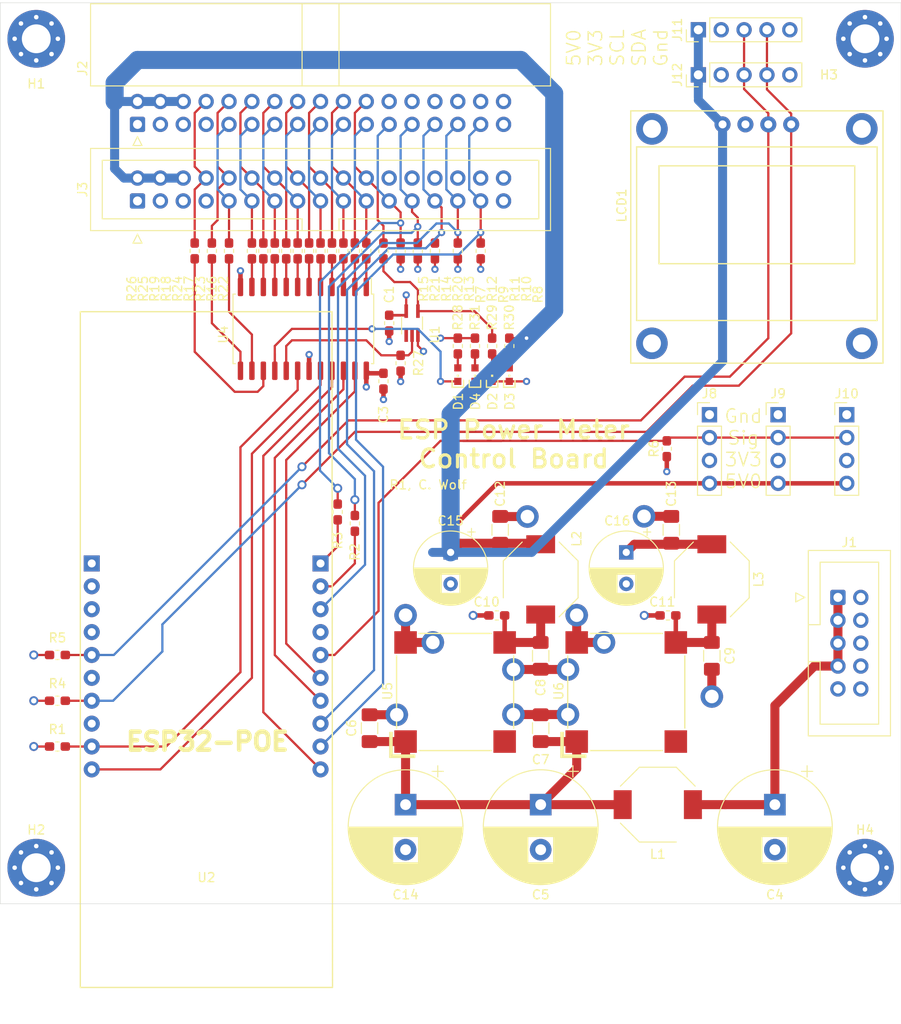
<source format=kicad_pcb>
(kicad_pcb (version 20171130) (host pcbnew "(5.1.6)-1")
  (layers (0 F.Cu signal) (1 In1.Cu signal) (2 In2.Cu signal) (31 B.Cu signal) (34 B.Paste user) (35 F.Paste user) (36 B.SilkS user hide) (37 F.SilkS user) (38 B.Mask user hide) (39 F.Mask user hide) (44 Edge.Cuts user))
  (net 0 "")
  (net 1 GND)
  (net 2 +3V3)
  (net 3 "Net-(J1-Pad2)")
  (net 4 "Net-(J1-Pad9)")
  (net 5 +9V)
  (net 6 "Net-(R1-Pad2)")
  (net 7 "Net-(R2-Pad1)")
  (net 8 "Net-(U2-Pad20)")
  (net 9 "Net-(U2-Pad17)")
  (net 10 "Net-(U2-Pad16)")
  (net 11 "Net-(U2-Pad14)")
  (net 12 "Net-(U2-Pad10)")
  (net 13 "Net-(U2-Pad8)")
  (net 14 "Net-(U2-Pad6)")
  (net 15 "Net-(U2-Pad4)")
  (net 16 "Net-(R3-Pad1)")
  (net 17 "Net-(U2-Pad2)")
  (net 18 "Net-(C10-Pad1)")
  (net 19 "Net-(C11-Pad1)")
  (net 20 +5V)
  (net 21 "Net-(U5-Pad4)")
  (net 22 "Net-(U6-Pad4)")
  (net 23 "Net-(C14-Pad1)")
  (net 24 /ESP1/~CS_2)
  (net 25 /ESP1/~CS_1)
  (net 26 /ESP1/SCLK)
  (net 27 /ESP1/MISO)
  (net 28 /ESP1/MOSI)
  (net 29 /ESP1/IRQ_2)
  (net 30 /ESP1/IRQ_1)
  (net 31 /ESP1/~CS_4)
  (net 32 /ESP1/~CS_3)
  (net 33 /ESP1/~CS_6)
  (net 34 /ESP1/~CS_5)
  (net 35 /ESP1/~CS_8)
  (net 36 /ESP1/~CS_7)
  (net 37 /ESP1/~CS_10)
  (net 38 /ESP1/~CS_9)
  (net 39 /ESP1/~CS_12)
  (net 40 /ESP1/~CS_11)
  (net 41 "Net-(J10-Pad2)")
  (net 42 /ESP1/RESET)
  (net 43 /ESP1/~CS_13)
  (net 44 /ESP1/~CS_14)
  (net 45 "Net-(R12-Pad2)")
  (net 46 "Net-(R13-Pad1)")
  (net 47 "Net-(R14-Pad1)")
  (net 48 "Net-(R15-Pad1)")
  (net 49 "Net-(R16-Pad1)")
  (net 50 "Net-(R17-Pad1)")
  (net 51 "Net-(R18-Pad1)")
  (net 52 "Net-(R19-Pad1)")
  (net 53 "Net-(R20-Pad1)")
  (net 54 "Net-(R21-Pad1)")
  (net 55 "Net-(R22-Pad1)")
  (net 56 "Net-(R23-Pad1)")
  (net 57 "Net-(R24-Pad1)")
  (net 58 "Net-(R25-Pad1)")
  (net 59 "Net-(R26-Pad1)")
  (net 60 "Net-(R27-Pad1)")
  (net 61 "Net-(D1-Pad2)")
  (net 62 "Net-(D2-Pad2)")
  (net 63 "Net-(D3-Pad2)")
  (net 64 "Net-(D4-Pad2)")
  (net 65 "Net-(D1-Pad1)")
  (net 66 /ESP1/SDA)
  (net 67 /ESP1/SCL)
  (module custom:ESP32-POE (layer F.Cu) (at 62.89 149.29)
    (fp_text reference U2 (at 0 -12.2) (layer F.SilkS))
    (fp_text value "ESP32-POE Module")
    (pad 8 thru_hole circle (at -12.73 -29.28 180) (size 1.778 1.778) (drill 0.889) (layers *.Cu *.Mask) (net 13 "Net-(U2-Pad8)"))
    (pad 18 thru_hole circle (at 12.67 -29.28 180) (size 1.778 1.778) (drill 0.889) (layers *.Cu *.Mask) (net 28 /ESP1/MOSI))
    (pad 7 thru_hole circle (at -12.73 -31.82 180) (size 1.778 1.778) (drill 0.889) (layers *.Cu *.Mask) (net 66 /ESP1/SDA))
    (pad 2 thru_hole circle (at -12.73 -44.52 180) (size 1.778 1.778) (drill 0.889) (layers *.Cu *.Mask) (net 17 "Net-(U2-Pad2)"))
    (pad 5 thru_hole circle (at -12.73 -36.9 180) (size 1.778 1.778) (drill 0.889) (layers *.Cu *.Mask) (net 67 /ESP1/SCL))
    (pad 19 thru_hole circle (at 12.67 -26.74 180) (size 1.778 1.778) (drill 0.889) (layers *.Cu *.Mask) (net 26 /ESP1/SCLK))
    (pad 17 thru_hole circle (at 12.67 -31.82 180) (size 1.778 1.778) (drill 0.889) (layers *.Cu *.Mask) (net 9 "Net-(U2-Pad17)"))
    (pad 14 thru_hole circle (at 12.67 -39.44 180) (size 1.778 1.778) (drill 0.889) (layers *.Cu *.Mask) (net 11 "Net-(U2-Pad14)"))
    (pad 12 thru_hole circle (at 12.67 -44.52 180) (size 1.778 1.778) (drill 0.889) (layers *.Cu *.Mask) (net 7 "Net-(R2-Pad1)"))
    (pad 20 thru_hole circle (at 12.67 -24.2 180) (size 1.778 1.778) (drill 0.889) (layers *.Cu *.Mask) (net 8 "Net-(U2-Pad20)"))
    (pad 13 thru_hole circle (at 12.67 -41.98 180) (size 1.778 1.778) (drill 0.889) (layers *.Cu *.Mask) (net 27 /ESP1/MISO))
    (pad 11 thru_hole rect (at 12.67 -47.06 180) (size 1.778 1.778) (drill 0.889) (layers *.Cu *.Mask) (net 16 "Net-(R3-Pad1)"))
    (pad 9 thru_hole circle (at -12.73 -26.74 180) (size 1.778 1.778) (drill 0.889) (layers *.Cu *.Mask) (net 6 "Net-(R1-Pad2)"))
    (pad 16 thru_hole circle (at 12.67 -34.36 180) (size 1.778 1.778) (drill 0.889) (layers *.Cu *.Mask) (net 10 "Net-(U2-Pad16)"))
    (pad 15 thru_hole circle (at 12.67 -36.9 180) (size 1.778 1.778) (drill 0.889) (layers *.Cu *.Mask) (net 41 "Net-(J10-Pad2)"))
    (pad 6 thru_hole circle (at -12.73 -34.36 180) (size 1.778 1.778) (drill 0.889) (layers *.Cu *.Mask) (net 14 "Net-(U2-Pad6)"))
    (pad 4 thru_hole circle (at -12.73 -39.44 180) (size 1.778 1.778) (drill 0.889) (layers *.Cu *.Mask) (net 15 "Net-(U2-Pad4)"))
    (pad 10 thru_hole circle (at -12.73 -24.2 180) (size 1.778 1.778) (drill 0.889) (layers *.Cu *.Mask) (net 12 "Net-(U2-Pad10)"))
    (pad 3 thru_hole circle (at -12.73 -41.98 180) (size 1.778 1.778) (drill 0.889) (layers *.Cu *.Mask) (net 1 GND))
    (pad 1 thru_hole rect (at -12.73 -47.06 180) (size 1.778 1.778) (drill 0.889) (layers *.Cu *.Mask) (net 20 +5V))
  )
  (module custom:CHIPLED_0603 (layer F.Cu) (at 92.705 81.275 180)
    (fp_text reference D4 (at -0.635 -1.905 270) (layer F.SilkS) (effects (justify right bottom)))
    (fp_text value LED hide)
    (pad 2 smd rect (at 0 0.75 180) (size 0.8 0.8) (layers F.Cu F.Paste F.Mask) (net 64 "Net-(D4-Pad2)"))
    (pad 1 smd rect (at 0 -0.75 180) (size 0.8 0.8) (layers F.Cu F.Paste F.Mask) (net 1 GND))
  )
  (module custom:CHIPLED_0603 (layer F.Cu) (at 96.515 81.275 180)
    (fp_text reference D3 (at -0.635 -1.905 270) (layer F.SilkS) (effects (justify right bottom)))
    (fp_text value LED hide)
    (pad 2 smd rect (at 0 0.75 180) (size 0.8 0.8) (layers F.Cu F.Paste F.Mask) (net 63 "Net-(D3-Pad2)"))
    (pad 1 smd rect (at 0 -0.75 180) (size 0.8 0.8) (layers F.Cu F.Paste F.Mask) (net 1 GND))
  )
  (module custom:CHIPLED_0603 (layer F.Cu) (at 94.61 81.275 180)
    (fp_text reference D2 (at -0.635 -1.905 270) (layer F.SilkS) (effects (justify right bottom)))
    (fp_text value LED hide)
    (pad 2 smd rect (at 0 0.75 180) (size 0.8 0.8) (layers F.Cu F.Paste F.Mask) (net 62 "Net-(D2-Pad2)"))
    (pad 1 smd rect (at 0 -0.75 180) (size 0.8 0.8) (layers F.Cu F.Paste F.Mask) (net 1 GND))
  )
  (module custom:CHIPLED_0603 (layer F.Cu) (at 90.8 81.275 180)
    (fp_text reference D1 (at -0.635 -1.905 270) (layer F.SilkS) (effects (justify right bottom)))
    (fp_text value LED hide)
    (pad 2 smd rect (at 0 0.75 180) (size 0.8 0.8) (layers F.Cu F.Paste F.Mask) (net 61 "Net-(D1-Pad2)"))
    (pad 1 smd rect (at 0 -0.75 180) (size 0.8 0.8) (layers F.Cu F.Paste F.Mask) (net 65 "Net-(D1-Pad1)"))
  )
  (module Resistor_SMD:R_0603_1608Metric_Pad1.05x0.95mm_HandSolder (layer F.Cu) (at 92.705 78.1 270)
    (fp_text reference R31 (at -3.175 0 90) (layer F.SilkS))
    (fp_text value 1K)
    (pad 2 smd roundrect (at 0.875 0 270) (size 1.05 0.95) (layers F.Cu F.Paste F.Mask) (net 64 "Net-(D4-Pad2)"))
    (pad 1 smd roundrect (at -0.875 0 270) (size 1.05 0.95) (layers F.Cu F.Paste F.Mask) (net 2 +3V3))
  )
  (module Resistor_SMD:R_0603_1608Metric_Pad1.05x0.95mm_HandSolder (layer F.Cu) (at 96.515 78.1 270)
    (fp_text reference R30 (at -3.175 0 90) (layer F.SilkS))
    (fp_text value 1K)
    (pad 2 smd roundrect (at 0.875 0 270) (size 1.05 0.95) (layers F.Cu F.Paste F.Mask) (net 63 "Net-(D3-Pad2)"))
    (pad 1 smd roundrect (at -0.875 0 270) (size 1.05 0.95) (layers F.Cu F.Paste F.Mask) (net 20 +5V))
  )
  (module Resistor_SMD:R_0603_1608Metric_Pad1.05x0.95mm_HandSolder (layer F.Cu) (at 94.61 78.1 270)
    (fp_text reference R29 (at -3.175 0 90) (layer F.SilkS))
    (fp_text value 1K)
    (pad 2 smd roundrect (at 0.875 0 270) (size 1.05 0.95) (layers F.Cu F.Paste F.Mask) (net 62 "Net-(D2-Pad2)"))
    (pad 1 smd roundrect (at -0.875 0 270) (size 1.05 0.95) (layers F.Cu F.Paste F.Mask) (net 45 "Net-(R12-Pad2)"))
  )
  (module Resistor_SMD:R_0603_1608Metric_Pad1.05x0.95mm_HandSolder (layer F.Cu) (at 90.8 78.1 270)
    (fp_text reference R28 (at -3.175 0 90) (layer F.SilkS))
    (fp_text value 1K)
    (pad 2 smd roundrect (at 0.875 0 270) (size 1.05 0.95) (layers F.Cu F.Paste F.Mask) (net 61 "Net-(D1-Pad2)"))
    (pad 1 smd roundrect (at -0.875 0 270) (size 1.05 0.95) (layers F.Cu F.Paste F.Mask) (net 2 +3V3))
  )
  (module Resistor_SMD:R_0603_1608Metric_Pad1.05x0.95mm_HandSolder (layer F.Cu) (at 84.45 80.005 270)
    (fp_text reference R27 (at 0 -1.99 90) (layer F.SilkS))
    (fp_text value 10K)
    (pad 2 smd roundrect (at 0.875 0 270) (size 1.05 0.95) (layers F.Cu F.Paste F.Mask) (net 1 GND))
    (pad 1 smd roundrect (at -0.875 0 270) (size 1.05 0.95) (layers F.Cu F.Paste F.Mask) (net 60 "Net-(R27-Pad1)"))
  )
  (module Resistor_SMD:R_0603_1608Metric_Pad1.05x0.95mm_HandSolder (layer F.Cu) (at 61.59 67.545 90)
    (fp_text reference R26 (at -4.205 -6.985 90) (layer F.SilkS))
    (fp_text value 100R)
    (pad 2 smd roundrect (at 0.875 0 90) (size 1.05 0.95) (layers F.Cu F.Paste F.Mask) (net 25 /ESP1/~CS_1))
    (pad 1 smd roundrect (at -0.875 0 90) (size 1.05 0.95) (layers F.Cu F.Paste F.Mask) (net 59 "Net-(R26-Pad1)"))
  )
  (module Resistor_SMD:R_0603_1608Metric_Pad1.05x0.95mm_HandSolder (layer F.Cu) (at 63.495 67.545 90)
    (fp_text reference R25 (at -4.205 -7.62 90) (layer F.SilkS))
    (fp_text value 100R)
    (pad 2 smd roundrect (at 0.875 0 90) (size 1.05 0.95) (layers F.Cu F.Paste F.Mask) (net 32 /ESP1/~CS_3))
    (pad 1 smd roundrect (at -0.875 0 90) (size 1.05 0.95) (layers F.Cu F.Paste F.Mask) (net 58 "Net-(R25-Pad1)"))
  )
  (module Resistor_SMD:R_0603_1608Metric_Pad1.05x0.95mm_HandSolder (layer F.Cu) (at 69.21 67.545 90)
    (fp_text reference R24 (at -4.205 -9.525 90) (layer F.SilkS))
    (fp_text value 100R)
    (pad 2 smd roundrect (at 0.875 0 90) (size 1.05 0.95) (layers F.Cu F.Paste F.Mask) (net 34 /ESP1/~CS_5))
    (pad 1 smd roundrect (at -0.875 0 90) (size 1.05 0.95) (layers F.Cu F.Paste F.Mask) (net 57 "Net-(R24-Pad1)"))
  )
  (module Resistor_SMD:R_0603_1608Metric_Pad1.05x0.95mm_HandSolder (layer F.Cu) (at 71.75 67.545 90)
    (fp_text reference R23 (at -4.205 -9.525 90) (layer F.SilkS))
    (fp_text value 100R)
    (pad 2 smd roundrect (at 0.875 0 90) (size 1.05 0.95) (layers F.Cu F.Paste F.Mask) (net 36 /ESP1/~CS_7))
    (pad 1 smd roundrect (at -0.875 0 90) (size 1.05 0.95) (layers F.Cu F.Paste F.Mask) (net 56 "Net-(R23-Pad1)"))
  )
  (module Resistor_SMD:R_0603_1608Metric_Pad1.05x0.95mm_HandSolder (layer F.Cu) (at 74.29 67.545 90)
    (fp_text reference R22 (at -4.205 -9.525 90) (layer F.SilkS))
    (fp_text value 100R)
    (pad 2 smd roundrect (at 0.875 0 90) (size 1.05 0.95) (layers F.Cu F.Paste F.Mask) (net 38 /ESP1/~CS_9))
    (pad 1 smd roundrect (at -0.875 0 90) (size 1.05 0.95) (layers F.Cu F.Paste F.Mask) (net 55 "Net-(R22-Pad1)"))
  )
  (module Resistor_SMD:R_0603_1608Metric_Pad1.05x0.95mm_HandSolder (layer F.Cu) (at 76.83 67.545 90)
    (fp_text reference R21 (at -4.205 11.43 90) (layer F.SilkS))
    (fp_text value 100R)
    (pad 2 smd roundrect (at 0.875 0 90) (size 1.05 0.95) (layers F.Cu F.Paste F.Mask) (net 40 /ESP1/~CS_11))
    (pad 1 smd roundrect (at -0.875 0 90) (size 1.05 0.95) (layers F.Cu F.Paste F.Mask) (net 54 "Net-(R21-Pad1)"))
  )
  (module Resistor_SMD:R_0603_1608Metric_Pad1.05x0.95mm_HandSolder (layer F.Cu) (at 79.37 67.545 90)
    (fp_text reference R20 (at -4.205 11.43 90) (layer F.SilkS))
    (fp_text value 100R)
    (pad 2 smd roundrect (at 0.875 0 90) (size 1.05 0.95) (layers F.Cu F.Paste F.Mask) (net 43 /ESP1/~CS_13))
    (pad 1 smd roundrect (at -0.875 0 90) (size 1.05 0.95) (layers F.Cu F.Paste F.Mask) (net 53 "Net-(R20-Pad1)"))
  )
  (module Resistor_SMD:R_0603_1608Metric_Pad1.05x0.95mm_HandSolder (layer F.Cu) (at 65.4 67.545 90)
    (fp_text reference R19 (at -4.205 -8.255 90) (layer F.SilkS))
    (fp_text value 100R)
    (pad 2 smd roundrect (at 0.875 0 90) (size 1.05 0.95) (layers F.Cu F.Paste F.Mask) (net 24 /ESP1/~CS_2))
    (pad 1 smd roundrect (at -0.875 0 90) (size 1.05 0.95) (layers F.Cu F.Paste F.Mask) (net 52 "Net-(R19-Pad1)"))
  )
  (module Resistor_SMD:R_0603_1608Metric_Pad1.05x0.95mm_HandSolder (layer F.Cu) (at 67.94 67.545 90)
    (fp_text reference R18 (at -4.205 -9.525 90) (layer F.SilkS))
    (fp_text value 100R)
    (pad 2 smd roundrect (at 0.875 0 90) (size 1.05 0.95) (layers F.Cu F.Paste F.Mask) (net 31 /ESP1/~CS_4))
    (pad 1 smd roundrect (at -0.875 0 90) (size 1.05 0.95) (layers F.Cu F.Paste F.Mask) (net 51 "Net-(R18-Pad1)"))
  )
  (module Resistor_SMD:R_0603_1608Metric_Pad1.05x0.95mm_HandSolder (layer F.Cu) (at 70.48 67.545 90)
    (fp_text reference R17 (at -4.205 -9.525 90) (layer F.SilkS))
    (fp_text value 100R)
    (pad 2 smd roundrect (at 0.875 0 90) (size 1.05 0.95) (layers F.Cu F.Paste F.Mask) (net 33 /ESP1/~CS_6))
    (pad 1 smd roundrect (at -0.875 0 90) (size 1.05 0.95) (layers F.Cu F.Paste F.Mask) (net 50 "Net-(R17-Pad1)"))
  )
  (module Resistor_SMD:R_0603_1608Metric_Pad1.05x0.95mm_HandSolder (layer F.Cu) (at 73.02 67.545 90)
    (fp_text reference R16 (at -4.205 -9.525 90) (layer F.SilkS))
    (fp_text value 100R)
    (pad 2 smd roundrect (at 0.875 0 90) (size 1.05 0.95) (layers F.Cu F.Paste F.Mask) (net 35 /ESP1/~CS_8))
    (pad 1 smd roundrect (at -0.875 0 90) (size 1.05 0.95) (layers F.Cu F.Paste F.Mask) (net 49 "Net-(R16-Pad1)"))
  )
  (module Resistor_SMD:R_0603_1608Metric_Pad1.05x0.95mm_HandSolder (layer F.Cu) (at 75.56 67.545 90)
    (fp_text reference R15 (at -4.205 11.43 90) (layer F.SilkS))
    (fp_text value 100R)
    (pad 2 smd roundrect (at 0.875 0 90) (size 1.05 0.95) (layers F.Cu F.Paste F.Mask) (net 37 /ESP1/~CS_10))
    (pad 1 smd roundrect (at -0.875 0 90) (size 1.05 0.95) (layers F.Cu F.Paste F.Mask) (net 48 "Net-(R15-Pad1)"))
  )
  (module Resistor_SMD:R_0603_1608Metric_Pad1.05x0.95mm_HandSolder (layer F.Cu) (at 78.1 67.545 90)
    (fp_text reference R14 (at -4.205 11.43 90) (layer F.SilkS))
    (fp_text value 100R)
    (pad 2 smd roundrect (at 0.875 0 90) (size 1.05 0.95) (layers F.Cu F.Paste F.Mask) (net 39 /ESP1/~CS_12))
    (pad 1 smd roundrect (at -0.875 0 90) (size 1.05 0.95) (layers F.Cu F.Paste F.Mask) (net 47 "Net-(R14-Pad1)"))
  )
  (module Resistor_SMD:R_0603_1608Metric_Pad1.05x0.95mm_HandSolder (layer F.Cu) (at 80.64 67.545 90)
    (fp_text reference R13 (at -4.205 11.43 90) (layer F.SilkS))
    (fp_text value 100R)
    (pad 2 smd roundrect (at 0.875 0 90) (size 1.05 0.95) (layers F.Cu F.Paste F.Mask) (net 44 /ESP1/~CS_14))
    (pad 1 smd roundrect (at -0.875 0 90) (size 1.05 0.95) (layers F.Cu F.Paste F.Mask) (net 46 "Net-(R13-Pad1)"))
  )
  (module Connector_IDC:IDC-Header_2x17_P2.54mm_Vertical (layer F.Cu) (at 55.24 62 90)
    (fp_text reference J3 (at 1.27 -6.1 90) (layer F.SilkS))
    (fp_text value Conn_02x17_Odd_Even)
    (pad 34 thru_hole circle (at 2.54 40.64 90) (size 1.7 1.7) (drill 1) (layers *.Cu *.Mask) (net 1 GND))
    (pad 32 thru_hole circle (at 2.54 38.1 90) (size 1.7 1.7) (drill 1) (layers *.Cu *.Mask) (net 1 GND))
    (pad 30 thru_hole circle (at 2.54 35.56 90) (size 1.7 1.7) (drill 1) (layers *.Cu *.Mask) (net 1 GND))
    (pad 28 thru_hole circle (at 2.54 33.02 90) (size 1.7 1.7) (drill 1) (layers *.Cu *.Mask) (net 1 GND))
    (pad 26 thru_hole circle (at 2.54 30.48 90) (size 1.7 1.7) (drill 1) (layers *.Cu *.Mask) (net 1 GND))
    (pad 24 thru_hole circle (at 2.54 27.94 90) (size 1.7 1.7) (drill 1) (layers *.Cu *.Mask) (net 1 GND))
    (pad 22 thru_hole circle (at 2.54 25.4 90) (size 1.7 1.7) (drill 1) (layers *.Cu *.Mask) (net 42 /ESP1/RESET))
    (pad 20 thru_hole circle (at 2.54 22.86 90) (size 1.7 1.7) (drill 1) (layers *.Cu *.Mask) (net 43 /ESP1/~CS_13))
    (pad 18 thru_hole circle (at 2.54 20.32 90) (size 1.7 1.7) (drill 1) (layers *.Cu *.Mask) (net 40 /ESP1/~CS_11))
    (pad 16 thru_hole circle (at 2.54 17.78 90) (size 1.7 1.7) (drill 1) (layers *.Cu *.Mask) (net 38 /ESP1/~CS_9))
    (pad 14 thru_hole circle (at 2.54 15.24 90) (size 1.7 1.7) (drill 1) (layers *.Cu *.Mask) (net 36 /ESP1/~CS_7))
    (pad 12 thru_hole circle (at 2.54 12.7 90) (size 1.7 1.7) (drill 1) (layers *.Cu *.Mask) (net 34 /ESP1/~CS_5))
    (pad 10 thru_hole circle (at 2.54 10.16 90) (size 1.7 1.7) (drill 1) (layers *.Cu *.Mask) (net 32 /ESP1/~CS_3))
    (pad 8 thru_hole circle (at 2.54 7.62 90) (size 1.7 1.7) (drill 1) (layers *.Cu *.Mask) (net 25 /ESP1/~CS_1))
    (pad 6 thru_hole circle (at 2.54 5.08 90) (size 1.7 1.7) (drill 1) (layers *.Cu *.Mask) (net 20 +5V))
    (pad 4 thru_hole circle (at 2.54 2.54 90) (size 1.7 1.7) (drill 1) (layers *.Cu *.Mask) (net 20 +5V))
    (pad 2 thru_hole circle (at 2.54 0 90) (size 1.7 1.7) (drill 1) (layers *.Cu *.Mask) (net 20 +5V))
    (pad 33 thru_hole circle (at 0 40.64 90) (size 1.7 1.7) (drill 1) (layers *.Cu *.Mask) (net 1 GND))
    (pad 31 thru_hole circle (at 0 38.1 90) (size 1.7 1.7) (drill 1) (layers *.Cu *.Mask) (net 26 /ESP1/SCLK))
    (pad 29 thru_hole circle (at 0 35.56 90) (size 1.7 1.7) (drill 1) (layers *.Cu *.Mask) (net 27 /ESP1/MISO))
    (pad 27 thru_hole circle (at 0 33.02 90) (size 1.7 1.7) (drill 1) (layers *.Cu *.Mask) (net 28 /ESP1/MOSI))
    (pad 25 thru_hole circle (at 0 30.48 90) (size 1.7 1.7) (drill 1) (layers *.Cu *.Mask) (net 29 /ESP1/IRQ_2))
    (pad 23 thru_hole circle (at 0 27.94 90) (size 1.7 1.7) (drill 1) (layers *.Cu *.Mask) (net 30 /ESP1/IRQ_1))
    (pad 21 thru_hole circle (at 0 25.4 90) (size 1.7 1.7) (drill 1) (layers *.Cu *.Mask) (net 44 /ESP1/~CS_14))
    (pad 19 thru_hole circle (at 0 22.86 90) (size 1.7 1.7) (drill 1) (layers *.Cu *.Mask) (net 39 /ESP1/~CS_12))
    (pad 17 thru_hole circle (at 0 20.32 90) (size 1.7 1.7) (drill 1) (layers *.Cu *.Mask) (net 37 /ESP1/~CS_10))
    (pad 15 thru_hole circle (at 0 17.78 90) (size 1.7 1.7) (drill 1) (layers *.Cu *.Mask) (net 35 /ESP1/~CS_8))
    (pad 13 thru_hole circle (at 0 15.24 90) (size 1.7 1.7) (drill 1) (layers *.Cu *.Mask) (net 33 /ESP1/~CS_6))
    (pad 11 thru_hole circle (at 0 12.7 90) (size 1.7 1.7) (drill 1) (layers *.Cu *.Mask) (net 31 /ESP1/~CS_4))
    (pad 9 thru_hole circle (at 0 10.16 90) (size 1.7 1.7) (drill 1) (layers *.Cu *.Mask) (net 24 /ESP1/~CS_2))
    (pad 7 thru_hole circle (at 0 7.62 90) (size 1.7 1.7) (drill 1) (layers *.Cu *.Mask) (net 2 +3V3))
    (pad 5 thru_hole circle (at 0 5.08 90) (size 1.7 1.7) (drill 1) (layers *.Cu *.Mask) (net 2 +3V3))
    (pad 3 thru_hole circle (at 0 2.54 90) (size 1.7 1.7) (drill 1) (layers *.Cu *.Mask) (net 2 +3V3))
    (pad 1 thru_hole roundrect (at 0 0 90) (size 1.7 1.7) (drill 1) (layers *.Cu *.Mask) (roundrect_rratio 0.147059) (net 2 +3V3))
  )
  (module Package_TO_SOT_SMD:SOT-353_SC-70-5_Handsoldering (layer F.Cu) (at 85.72 75.56 90)
    (fp_text reference U1 (at -1.27 2.54 90) (layer F.SilkS))
    (fp_text value 74LVC1G04)
    (pad 5 smd rect (at 1.33 -0.65 90) (size 1.5 0.4) (layers F.Cu F.Paste F.Mask) (net 2 +3V3))
    (pad 4 smd rect (at 1.33 0.65 90) (size 1.5 0.4) (layers F.Cu F.Paste F.Mask) (net 45 "Net-(R12-Pad2)"))
    (pad 3 smd rect (at -1.33 0.65 90) (size 1.5 0.4) (layers F.Cu F.Paste F.Mask) (net 1 GND))
    (pad 2 smd rect (at -1.33 0 90) (size 1.5 0.4) (layers F.Cu F.Paste F.Mask) (net 60 "Net-(R27-Pad1)"))
    (pad 1 smd rect (at -1.33 -0.65 90) (size 1.5 0.4) (layers F.Cu F.Paste F.Mask))
  )
  (module Resistor_SMD:R_0603_1608Metric_Pad1.05x0.95mm_HandSolder (layer F.Cu) (at 82.545 67.545 270)
    (fp_text reference R12 (at 4.205 -12.065 90) (layer F.SilkS))
    (fp_text value 660R)
    (pad 2 smd roundrect (at 0.875 0 270) (size 1.05 0.95) (layers F.Cu F.Paste F.Mask) (net 45 "Net-(R12-Pad2)"))
    (pad 1 smd roundrect (at -0.875 0 270) (size 1.05 0.95) (layers F.Cu F.Paste F.Mask) (net 42 /ESP1/RESET))
  )
  (module Resistor_SMD:R_0603_1608Metric_Pad1.05x0.95mm_HandSolder (layer F.Cu) (at 88.26 67.545 270)
    (fp_text reference R11 (at 4.205 -8.89 90) (layer F.SilkS))
    (fp_text value 49.9K)
    (pad 2 smd roundrect (at 0.875 0 270) (size 1.05 0.95) (layers F.Cu F.Paste F.Mask) (net 1 GND))
    (pad 1 smd roundrect (at -0.875 0 270) (size 1.05 0.95) (layers F.Cu F.Paste F.Mask) (net 28 /ESP1/MOSI))
  )
  (module Resistor_SMD:R_0603_1608Metric_Pad1.05x0.95mm_HandSolder (layer F.Cu) (at 90.8 67.545 270)
    (fp_text reference R10 (at 4.205 -7.62 90) (layer F.SilkS))
    (fp_text value 49.9K)
    (pad 2 smd roundrect (at 0.875 0 270) (size 1.05 0.95) (layers F.Cu F.Paste F.Mask) (net 1 GND))
    (pad 1 smd roundrect (at -0.875 0 270) (size 1.05 0.95) (layers F.Cu F.Paste F.Mask) (net 27 /ESP1/MISO))
  )
  (module Resistor_SMD:R_0603_1608Metric_Pad1.05x0.95mm_HandSolder (layer F.Cu) (at 86.355 67.545 90)
    (fp_text reference R9 (at -4.84 9.525 90) (layer F.SilkS))
    (fp_text value 660R)
    (pad 2 smd roundrect (at 0.875 0 90) (size 1.05 0.95) (layers F.Cu F.Paste F.Mask) (net 29 /ESP1/IRQ_2))
    (pad 1 smd roundrect (at -0.875 0 90) (size 1.05 0.95) (layers F.Cu F.Paste F.Mask) (net 2 +3V3))
  )
  (module Resistor_SMD:R_0603_1608Metric_Pad1.05x0.95mm_HandSolder (layer F.Cu) (at 93.34 67.545 270)
    (fp_text reference R8 (at 4.84 -6.35 90) (layer F.SilkS))
    (fp_text value 49.9K)
    (pad 2 smd roundrect (at 0.875 0 270) (size 1.05 0.95) (layers F.Cu F.Paste F.Mask) (net 1 GND))
    (pad 1 smd roundrect (at -0.875 0 270) (size 1.05 0.95) (layers F.Cu F.Paste F.Mask) (net 26 /ESP1/SCLK))
  )
  (module Resistor_SMD:R_0603_1608Metric_Pad1.05x0.95mm_HandSolder (layer F.Cu) (at 84.45 67.545 90)
    (fp_text reference R7 (at -4.84 8.89 90) (layer F.SilkS))
    (fp_text value 660R)
    (pad 2 smd roundrect (at 0.875 0 90) (size 1.05 0.95) (layers F.Cu F.Paste F.Mask) (net 30 /ESP1/IRQ_1))
    (pad 1 smd roundrect (at -0.875 0 90) (size 1.05 0.95) (layers F.Cu F.Paste F.Mask) (net 2 +3V3))
  )
  (module Connector_IDC:IDC-Header_2x17_P2.54mm_Horizontal (layer F.Cu) (at 55.24 53.5 90)
    (fp_text reference J2 (at 6.215 -6.1 90) (layer F.SilkS))
    (fp_text value Conn_02x17_Odd_Even)
    (pad 34 thru_hole circle (at 2.54 40.64 90) (size 1.7 1.7) (drill 1) (layers *.Cu *.Mask) (net 1 GND))
    (pad 32 thru_hole circle (at 2.54 38.1 90) (size 1.7 1.7) (drill 1) (layers *.Cu *.Mask) (net 1 GND))
    (pad 30 thru_hole circle (at 2.54 35.56 90) (size 1.7 1.7) (drill 1) (layers *.Cu *.Mask) (net 1 GND))
    (pad 28 thru_hole circle (at 2.54 33.02 90) (size 1.7 1.7) (drill 1) (layers *.Cu *.Mask) (net 1 GND))
    (pad 26 thru_hole circle (at 2.54 30.48 90) (size 1.7 1.7) (drill 1) (layers *.Cu *.Mask) (net 1 GND))
    (pad 24 thru_hole circle (at 2.54 27.94 90) (size 1.7 1.7) (drill 1) (layers *.Cu *.Mask) (net 1 GND))
    (pad 22 thru_hole circle (at 2.54 25.4 90) (size 1.7 1.7) (drill 1) (layers *.Cu *.Mask) (net 42 /ESP1/RESET))
    (pad 20 thru_hole circle (at 2.54 22.86 90) (size 1.7 1.7) (drill 1) (layers *.Cu *.Mask) (net 43 /ESP1/~CS_13))
    (pad 18 thru_hole circle (at 2.54 20.32 90) (size 1.7 1.7) (drill 1) (layers *.Cu *.Mask) (net 40 /ESP1/~CS_11))
    (pad 16 thru_hole circle (at 2.54 17.78 90) (size 1.7 1.7) (drill 1) (layers *.Cu *.Mask) (net 38 /ESP1/~CS_9))
    (pad 14 thru_hole circle (at 2.54 15.24 90) (size 1.7 1.7) (drill 1) (layers *.Cu *.Mask) (net 36 /ESP1/~CS_7))
    (pad 12 thru_hole circle (at 2.54 12.7 90) (size 1.7 1.7) (drill 1) (layers *.Cu *.Mask) (net 34 /ESP1/~CS_5))
    (pad 10 thru_hole circle (at 2.54 10.16 90) (size 1.7 1.7) (drill 1) (layers *.Cu *.Mask) (net 32 /ESP1/~CS_3))
    (pad 8 thru_hole circle (at 2.54 7.62 90) (size 1.7 1.7) (drill 1) (layers *.Cu *.Mask) (net 25 /ESP1/~CS_1))
    (pad 6 thru_hole circle (at 2.54 5.08 90) (size 1.7 1.7) (drill 1) (layers *.Cu *.Mask) (net 20 +5V))
    (pad 4 thru_hole circle (at 2.54 2.54 90) (size 1.7 1.7) (drill 1) (layers *.Cu *.Mask) (net 20 +5V))
    (pad 2 thru_hole circle (at 2.54 0 90) (size 1.7 1.7) (drill 1) (layers *.Cu *.Mask) (net 20 +5V))
    (pad 33 thru_hole circle (at 0 40.64 90) (size 1.7 1.7) (drill 1) (layers *.Cu *.Mask) (net 1 GND))
    (pad 31 thru_hole circle (at 0 38.1 90) (size 1.7 1.7) (drill 1) (layers *.Cu *.Mask) (net 26 /ESP1/SCLK))
    (pad 29 thru_hole circle (at 0 35.56 90) (size 1.7 1.7) (drill 1) (layers *.Cu *.Mask) (net 27 /ESP1/MISO))
    (pad 27 thru_hole circle (at 0 33.02 90) (size 1.7 1.7) (drill 1) (layers *.Cu *.Mask) (net 28 /ESP1/MOSI))
    (pad 25 thru_hole circle (at 0 30.48 90) (size 1.7 1.7) (drill 1) (layers *.Cu *.Mask) (net 29 /ESP1/IRQ_2))
    (pad 23 thru_hole circle (at 0 27.94 90) (size 1.7 1.7) (drill 1) (layers *.Cu *.Mask) (net 30 /ESP1/IRQ_1))
    (pad 21 thru_hole circle (at 0 25.4 90) (size 1.7 1.7) (drill 1) (layers *.Cu *.Mask) (net 44 /ESP1/~CS_14))
    (pad 19 thru_hole circle (at 0 22.86 90) (size 1.7 1.7) (drill 1) (layers *.Cu *.Mask) (net 39 /ESP1/~CS_12))
    (pad 17 thru_hole circle (at 0 20.32 90) (size 1.7 1.7) (drill 1) (layers *.Cu *.Mask) (net 37 /ESP1/~CS_10))
    (pad 15 thru_hole circle (at 0 17.78 90) (size 1.7 1.7) (drill 1) (layers *.Cu *.Mask) (net 35 /ESP1/~CS_8))
    (pad 13 thru_hole circle (at 0 15.24 90) (size 1.7 1.7) (drill 1) (layers *.Cu *.Mask) (net 33 /ESP1/~CS_6))
    (pad 11 thru_hole circle (at 0 12.7 90) (size 1.7 1.7) (drill 1) (layers *.Cu *.Mask) (net 31 /ESP1/~CS_4))
    (pad 9 thru_hole circle (at 0 10.16 90) (size 1.7 1.7) (drill 1) (layers *.Cu *.Mask) (net 24 /ESP1/~CS_2))
    (pad 7 thru_hole circle (at 0 7.62 90) (size 1.7 1.7) (drill 1) (layers *.Cu *.Mask) (net 2 +3V3))
    (pad 5 thru_hole circle (at 0 5.08 90) (size 1.7 1.7) (drill 1) (layers *.Cu *.Mask) (net 2 +3V3))
    (pad 3 thru_hole circle (at 0 2.54 90) (size 1.7 1.7) (drill 1) (layers *.Cu *.Mask) (net 2 +3V3))
    (pad 1 thru_hole roundrect (at 0 0 90) (size 1.7 1.7) (drill 1) (layers *.Cu *.Mask) (roundrect_rratio 0.147059) (net 2 +3V3))
  )
  (module Capacitor_SMD:C_0603_1608Metric_Pad1.05x0.95mm_HandSolder (layer F.Cu) (at 83.18 75.56 270)
    (fp_text reference C1 (at -3.175 0 90) (layer F.SilkS))
    (fp_text value "0.1 uF")
    (pad 2 smd roundrect (at 0.875 0 270) (size 1.05 0.95) (layers F.Cu F.Paste F.Mask) (net 1 GND))
    (pad 1 smd roundrect (at -0.875 0 270) (size 1.05 0.95) (layers F.Cu F.Paste F.Mask) (net 2 +3V3))
  )
  (module Connector_PinHeader_2.54mm:PinHeader_1x05_P2.54mm_Vertical (layer F.Cu) (at 117.5 48 90)
    (fp_text reference J12 (at 0 -2.33 90) (layer F.SilkS))
    (fp_text value Conn_01x05)
    (pad 5 thru_hole oval (at 0 10.16 90) (size 1.7 1.7) (drill 1) (layers *.Cu *.Mask) (net 1 GND))
    (pad 4 thru_hole oval (at 0 7.62 90) (size 1.7 1.7) (drill 1) (layers *.Cu *.Mask) (net 66 /ESP1/SDA))
    (pad 3 thru_hole oval (at 0 5.08 90) (size 1.7 1.7) (drill 1) (layers *.Cu *.Mask) (net 67 /ESP1/SCL))
    (pad 2 thru_hole oval (at 0 2.54 90) (size 1.7 1.7) (drill 1) (layers *.Cu *.Mask) (net 2 +3V3))
    (pad 1 thru_hole rect (at 0 0 90) (size 1.7 1.7) (drill 1) (layers *.Cu *.Mask) (net 20 +5V))
  )
  (module Connector_PinHeader_2.54mm:PinHeader_1x05_P2.54mm_Vertical (layer F.Cu) (at 117.5 43 90)
    (fp_text reference J11 (at 0 -2.33 90) (layer F.SilkS))
    (fp_text value Conn_01x05)
    (pad 5 thru_hole oval (at 0 10.16 90) (size 1.7 1.7) (drill 1) (layers *.Cu *.Mask) (net 1 GND))
    (pad 4 thru_hole oval (at 0 7.62 90) (size 1.7 1.7) (drill 1) (layers *.Cu *.Mask) (net 66 /ESP1/SDA))
    (pad 3 thru_hole oval (at 0 5.08 90) (size 1.7 1.7) (drill 1) (layers *.Cu *.Mask) (net 67 /ESP1/SCL))
    (pad 2 thru_hole oval (at 0 2.54 90) (size 1.7 1.7) (drill 1) (layers *.Cu *.Mask) (net 2 +3V3))
    (pad 1 thru_hole rect (at 0 0 90) (size 1.7 1.7) (drill 1) (layers *.Cu *.Mask) (net 20 +5V))
  )
  (module Resistor_SMD:R_0603_1608Metric_Pad1.05x0.95mm_HandSolder (layer F.Cu) (at 114 89.5 90)
    (fp_text reference R6 (at 0 -1.43 90) (layer F.SilkS))
    (fp_text value 10K)
    (pad 2 smd roundrect (at 0.875 0 90) (size 1.05 0.95) (layers F.Cu F.Paste F.Mask) (net 41 "Net-(J10-Pad2)"))
    (pad 1 smd roundrect (at -0.875 0 90) (size 1.05 0.95) (layers F.Cu F.Paste F.Mask) (net 2 +3V3))
  )
  (module Connector_PinHeader_2.54mm:PinHeader_1x04_P2.54mm_Vertical (layer F.Cu) (at 133.98 85.72)
    (fp_text reference J10 (at 0 -2.33) (layer F.SilkS))
    (fp_text value Conn_01x04)
    (pad 4 thru_hole oval (at 0 7.62) (size 1.7 1.7) (drill 1) (layers *.Cu *.Mask) (net 20 +5V))
    (pad 3 thru_hole oval (at 0 5.08) (size 1.7 1.7) (drill 1) (layers *.Cu *.Mask) (net 2 +3V3))
    (pad 2 thru_hole oval (at 0 2.54) (size 1.7 1.7) (drill 1) (layers *.Cu *.Mask) (net 41 "Net-(J10-Pad2)"))
    (pad 1 thru_hole rect (at 0 0) (size 1.7 1.7) (drill 1) (layers *.Cu *.Mask) (net 1 GND))
  )
  (module Connector_PinHeader_2.54mm:PinHeader_1x04_P2.54mm_Vertical (layer F.Cu) (at 126.36 85.72)
    (fp_text reference J9 (at 0 -2.33) (layer F.SilkS))
    (fp_text value Conn_01x04)
    (pad 4 thru_hole oval (at 0 7.62) (size 1.7 1.7) (drill 1) (layers *.Cu *.Mask) (net 20 +5V))
    (pad 3 thru_hole oval (at 0 5.08) (size 1.7 1.7) (drill 1) (layers *.Cu *.Mask) (net 2 +3V3))
    (pad 2 thru_hole oval (at 0 2.54) (size 1.7 1.7) (drill 1) (layers *.Cu *.Mask) (net 41 "Net-(J10-Pad2)"))
    (pad 1 thru_hole rect (at 0 0) (size 1.7 1.7) (drill 1) (layers *.Cu *.Mask) (net 1 GND))
  )
  (module Connector_PinHeader_2.54mm:PinHeader_1x04_P2.54mm_Vertical (layer F.Cu) (at 118.74 85.72)
    (fp_text reference J8 (at 0 -2.33) (layer F.SilkS))
    (fp_text value Conn_01x04)
    (pad 4 thru_hole oval (at 0 7.62) (size 1.7 1.7) (drill 1) (layers *.Cu *.Mask) (net 20 +5V))
    (pad 3 thru_hole oval (at 0 5.08) (size 1.7 1.7) (drill 1) (layers *.Cu *.Mask) (net 2 +3V3))
    (pad 2 thru_hole oval (at 0 2.54) (size 1.7 1.7) (drill 1) (layers *.Cu *.Mask) (net 41 "Net-(J10-Pad2)"))
    (pad 1 thru_hole rect (at 0 0) (size 1.7 1.7) (drill 1) (layers *.Cu *.Mask) (net 1 GND))
  )
  (module Resistor_SMD:R_0603_1608Metric_Pad1.05x0.95mm_HandSolder (layer F.Cu) (at 46.35 112.39)
    (fp_text reference R5 (at 0 -1.905) (layer F.SilkS))
    (fp_text value 2.2K)
    (pad 2 smd roundrect (at 0.875 0) (size 1.05 0.95) (layers F.Cu F.Paste F.Mask) (net 67 /ESP1/SCL))
    (pad 1 smd roundrect (at -0.875 0) (size 1.05 0.95) (layers F.Cu F.Paste F.Mask) (net 2 +3V3))
  )
  (module Resistor_SMD:R_0603_1608Metric_Pad1.05x0.95mm_HandSolder (layer F.Cu) (at 46.35 117.47)
    (fp_text reference R4 (at 0 -1.905) (layer F.SilkS))
    (fp_text value 2.2K)
    (pad 2 smd roundrect (at 0.875 0) (size 1.05 0.95) (layers F.Cu F.Paste F.Mask) (net 66 /ESP1/SDA))
    (pad 1 smd roundrect (at -0.875 0) (size 1.05 0.95) (layers F.Cu F.Paste F.Mask) (net 2 +3V3))
  )
  (module custom:12864-DISP-I2C (layer F.Cu) (at 124 53.5)
    (fp_text reference LCD1 (at -15 9 90) (layer F.SilkS))
    (fp_text value 0.96"-SSD1306-DISP-I2C)
    (pad 1 thru_hole circle (at -3.81 0) (size 1.778 1.778) (drill 0.889) (layers *.Cu *.Mask) (net 20 +5V))
    (pad 2 thru_hole circle (at -1.27 0) (size 1.778 1.778) (drill 0.889) (layers *.Cu *.Mask) (net 1 GND))
    (pad 3 thru_hole circle (at 1.27 0) (size 1.778 1.778) (drill 0.889) (layers *.Cu *.Mask) (net 67 /ESP1/SCL))
    (pad 4 thru_hole circle (at 3.81 0) (size 1.778 1.778) (drill 0.889) (layers *.Cu *.Mask) (net 66 /ESP1/SDA))
    (pad 8 thru_hole circle (at 11.65 0.5) (size 3.5 3.5) (drill 2) (layers *.Cu *.Mask))
    (pad 8 thru_hole circle (at -11.65 0.5) (size 3.5 3.5) (drill 2) (layers *.Cu *.Mask))
    (pad 8 thru_hole circle (at -11.65 24.3) (size 3.5 3.5) (drill 2) (layers *.Cu *.Mask))
    (pad 8 thru_hole circle (at 11.65 24.3 90) (size 3.5 3.5) (drill 2) (layers *.Cu *.Mask))
  )
  (module Capacitor_THT:CP_Radial_D8.0mm_P3.50mm (layer F.Cu) (at 109.5 101 270)
    (fp_text reference C16 (at -3.5 1 180) (layer F.SilkS))
    (fp_text value CP1)
    (pad 2 thru_hole circle (at 3.5 0 270) (size 1.6 1.6) (drill 0.8) (layers *.Cu *.Mask) (net 1 GND))
    (pad 1 thru_hole rect (at 0 0 270) (size 1.6 1.6) (drill 0.8) (layers *.Cu *.Mask) (net 2 +3V3))
  )
  (module Capacitor_THT:CP_Radial_D8.0mm_P3.50mm (layer F.Cu) (at 90 101 270)
    (fp_text reference C15 (at -3.5 0 180) (layer F.SilkS))
    (fp_text value CP1)
    (pad 2 thru_hole circle (at 3.5 0 270) (size 1.6 1.6) (drill 0.8) (layers *.Cu *.Mask) (net 1 GND))
    (pad 1 thru_hole rect (at 0 0 270) (size 1.6 1.6) (drill 0.8) (layers *.Cu *.Mask) (net 20 +5V))
  )
  (module Capacitor_THT:CP_Radial_D12.5mm_P5.00mm (layer F.Cu) (at 85 129 270)
    (fp_text reference C14 (at 10 0 180) (layer F.SilkS))
    (fp_text value CP1)
    (pad 2 thru_hole circle (at 5 0 270) (size 2.4 2.4) (drill 1.2) (layers *.Cu *.Mask) (net 1 GND))
    (pad 1 thru_hole rect (at 0 0 270) (size 2.4 2.4) (drill 1.2) (layers *.Cu *.Mask) (net 23 "Net-(C14-Pad1)"))
  )
  (module custom:VXO78x-500-M (layer F.Cu) (at 109.5 116.5 90)
    (fp_text reference U6 (at 0.1 -7.5 90) (layer F.SilkS))
    (fp_text value VXO7803-500-M)
    (pad 4 smd rect (at -5.5 5.5 90) (size 2.5 2.5) (layers F.Cu F.Paste F.Mask) (net 22 "Net-(U6-Pad4)"))
    (pad 3 smd rect (at 5.5 5.5 90) (size 2.5 2.5) (layers F.Cu F.Paste F.Mask) (net 19 "Net-(C11-Pad1)"))
    (pad 2 smd rect (at 5.5 -5.5 90) (size 2.5 2.5) (layers F.Cu F.Paste F.Mask) (net 1 GND))
    (pad 1 smd rect (at -5.5 -5.5 90) (size 2.5 2.5) (layers F.Cu F.Paste F.Mask) (net 23 "Net-(C14-Pad1)"))
  )
  (module custom:VXO78x-500-M (layer F.Cu) (at 90.5 116.5 90)
    (fp_text reference U5 (at 0.1 -7.5 90) (layer F.SilkS))
    (fp_text value VXO7805-500-M)
    (pad 4 smd rect (at -5.5 5.5 90) (size 2.5 2.5) (layers F.Cu F.Paste F.Mask) (net 21 "Net-(U5-Pad4)"))
    (pad 3 smd rect (at 5.5 5.5 90) (size 2.5 2.5) (layers F.Cu F.Paste F.Mask) (net 18 "Net-(C10-Pad1)"))
    (pad 2 smd rect (at 5.5 -5.5 90) (size 2.5 2.5) (layers F.Cu F.Paste F.Mask) (net 1 GND))
    (pad 1 smd rect (at -5.5 -5.5 90) (size 2.5 2.5) (layers F.Cu F.Paste F.Mask) (net 23 "Net-(C14-Pad1)"))
  )
  (module Inductor_SMD:L_Bourns-SRU8028_8.0x8.0mm (layer F.Cu) (at 119 104 90)
    (fp_text reference L3 (at 0 5.2 90) (layer F.SilkS))
    (fp_text value "47 uH")
    (pad 2 smd rect (at 3.9 0 90) (size 2 3.2) (layers F.Cu F.Paste F.Mask) (net 2 +3V3))
    (pad 1 smd rect (at -3.9 0 90) (size 2 3.2) (layers F.Cu F.Paste F.Mask) (net 19 "Net-(C11-Pad1)"))
  )
  (module Inductor_SMD:L_Bourns-SRU8028_8.0x8.0mm (layer F.Cu) (at 100 104 90)
    (fp_text reference L2 (at 4.5 4 90) (layer F.SilkS))
    (fp_text value "47 uH")
    (pad 2 smd rect (at 3.9 0 90) (size 2 3.2) (layers F.Cu F.Paste F.Mask) (net 20 +5V))
    (pad 1 smd rect (at -3.9 0 90) (size 2 3.2) (layers F.Cu F.Paste F.Mask) (net 18 "Net-(C10-Pad1)"))
  )
  (module Inductor_SMD:L_Bourns-SRU8028_8.0x8.0mm (layer F.Cu) (at 113 129 180)
    (fp_text reference L1 (at 0 -5.5) (layer F.SilkS))
    (fp_text value "47 uH")
    (pad 2 smd rect (at 3.9 0 180) (size 2 3.2) (layers F.Cu F.Paste F.Mask) (net 23 "Net-(C14-Pad1)"))
    (pad 1 smd rect (at -3.9 0 180) (size 2 3.2) (layers F.Cu F.Paste F.Mask) (net 5 +9V))
  )
  (module Capacitor_SMD:C_1206_3216Metric_Pad1.42x1.75mm_HandSolder (layer F.Cu) (at 114.5 98.5 90)
    (fp_text reference C13 (at 4 0 90) (layer F.SilkS))
    (fp_text value "22 uF")
    (pad 2 smd roundrect (at 1.4875 0 90) (size 1.425 1.75) (layers F.Cu F.Paste F.Mask) (roundrect_rratio 0.175439) (net 1 GND))
    (pad 1 smd roundrect (at -1.4875 0 90) (size 1.425 1.75) (layers F.Cu F.Paste F.Mask) (roundrect_rratio 0.175439) (net 2 +3V3))
  )
  (module Capacitor_SMD:C_1206_3216Metric_Pad1.42x1.75mm_HandSolder (layer F.Cu) (at 95.5 98.5 90)
    (fp_text reference C12 (at 4 0 90) (layer F.SilkS))
    (fp_text value "22 uF")
    (pad 2 smd roundrect (at 1.4875 0 90) (size 1.425 1.75) (layers F.Cu F.Paste F.Mask) (roundrect_rratio 0.175439) (net 1 GND))
    (pad 1 smd roundrect (at -1.4875 0 90) (size 1.425 1.75) (layers F.Cu F.Paste F.Mask) (roundrect_rratio 0.175439) (net 20 +5V))
  )
  (module Capacitor_SMD:C_0603_1608Metric_Pad1.05x0.95mm_HandSolder (layer F.Cu) (at 114.125 108 180)
    (fp_text reference C11 (at 0.625 1.5) (layer F.SilkS))
    (fp_text value "0.1 uF")
    (pad 2 smd roundrect (at 0.875 0 180) (size 1.05 0.95) (layers F.Cu F.Paste F.Mask) (net 1 GND))
    (pad 1 smd roundrect (at -0.875 0 180) (size 1.05 0.95) (layers F.Cu F.Paste F.Mask) (net 19 "Net-(C11-Pad1)"))
  )
  (module Capacitor_SMD:C_0603_1608Metric_Pad1.05x0.95mm_HandSolder (layer F.Cu) (at 95.125 108 180)
    (fp_text reference C10 (at 1.125 1.5) (layer F.SilkS))
    (fp_text value "0.1 uF")
    (pad 2 smd roundrect (at 0.875 0 180) (size 1.05 0.95) (layers F.Cu F.Paste F.Mask) (net 1 GND))
    (pad 1 smd roundrect (at -0.875 0 180) (size 1.05 0.95) (layers F.Cu F.Paste F.Mask) (net 18 "Net-(C10-Pad1)"))
  )
  (module Capacitor_SMD:C_1206_3216Metric_Pad1.42x1.75mm_HandSolder (layer F.Cu) (at 119 112.4875 270)
    (fp_text reference C9 (at 0 -2 90) (layer F.SilkS))
    (fp_text value "22 uF")
    (pad 2 smd roundrect (at 1.4875 0 270) (size 1.425 1.75) (layers F.Cu F.Paste F.Mask) (roundrect_rratio 0.175439) (net 1 GND))
    (pad 1 smd roundrect (at -1.4875 0 270) (size 1.425 1.75) (layers F.Cu F.Paste F.Mask) (roundrect_rratio 0.175439) (net 19 "Net-(C11-Pad1)"))
  )
  (module Capacitor_SMD:C_1206_3216Metric_Pad1.42x1.75mm_HandSolder (layer F.Cu) (at 100 112.4875 270)
    (fp_text reference C8 (at 3.5125 0 90) (layer F.SilkS))
    (fp_text value "22 uF")
    (pad 2 smd roundrect (at 1.4875 0 270) (size 1.425 1.75) (layers F.Cu F.Paste F.Mask) (roundrect_rratio 0.175439) (net 1 GND))
    (pad 1 smd roundrect (at -1.4875 0 270) (size 1.425 1.75) (layers F.Cu F.Paste F.Mask) (roundrect_rratio 0.175439) (net 18 "Net-(C10-Pad1)"))
  )
  (module Capacitor_SMD:C_1206_3216Metric_Pad1.42x1.75mm_HandSolder (layer F.Cu) (at 100 120.5125 90)
    (fp_text reference C7 (at -3.4875 0 180) (layer F.SilkS))
    (fp_text value "10 uF, 35V")
    (pad 2 smd roundrect (at 1.4875 0 90) (size 1.425 1.75) (layers F.Cu F.Paste F.Mask) (roundrect_rratio 0.175439) (net 1 GND))
    (pad 1 smd roundrect (at -1.4875 0 90) (size 1.425 1.75) (layers F.Cu F.Paste F.Mask) (roundrect_rratio 0.175439) (net 23 "Net-(C14-Pad1)"))
  )
  (module Capacitor_SMD:C_1206_3216Metric_Pad1.42x1.75mm_HandSolder (layer F.Cu) (at 81 120.5125 90)
    (fp_text reference C6 (at 0.0125 -2 90) (layer F.SilkS))
    (fp_text value "10 uF, 35V")
    (pad 2 smd roundrect (at 1.4875 0 90) (size 1.425 1.75) (layers F.Cu F.Paste F.Mask) (roundrect_rratio 0.175439) (net 1 GND))
    (pad 1 smd roundrect (at -1.4875 0 90) (size 1.425 1.75) (layers F.Cu F.Paste F.Mask) (roundrect_rratio 0.175439) (net 23 "Net-(C14-Pad1)"))
  )
  (module Capacitor_THT:CP_Radial_D12.5mm_P5.00mm (layer F.Cu) (at 100 129 270)
    (fp_text reference C5 (at 10 0 180) (layer F.SilkS))
    (fp_text value CP1)
    (pad 2 thru_hole circle (at 5 0 270) (size 2.4 2.4) (drill 1.2) (layers *.Cu *.Mask) (net 1 GND))
    (pad 1 thru_hole rect (at 0 0 270) (size 2.4 2.4) (drill 1.2) (layers *.Cu *.Mask) (net 23 "Net-(C14-Pad1)"))
  )
  (module Capacitor_THT:CP_Radial_D12.5mm_P5.00mm (layer F.Cu) (at 126 129 270)
    (fp_text reference C4 (at 10 0 180) (layer F.SilkS))
    (fp_text value CP1)
    (pad 1 thru_hole rect (at 0 0 270) (size 2.4 2.4) (drill 1.2) (layers *.Cu *.Mask) (net 5 +9V))
    (pad 2 thru_hole circle (at 5 0 270) (size 2.4 2.4) (drill 1.2) (layers *.Cu *.Mask) (net 1 GND))
  )
  (module Resistor_SMD:R_0603_1608Metric_Pad1.05x0.95mm_HandSolder (layer F.Cu) (at 77.465 96.515 90)
    (fp_text reference R3 (at -3.175 0 90) (layer F.SilkS))
    (fp_text value 1K)
    (pad 2 smd roundrect (at 0.875 0 90) (size 1.05 0.95) (layers F.Cu F.Paste F.Mask) (net 30 /ESP1/IRQ_1))
    (pad 1 smd roundrect (at -0.875 0 90) (size 1.05 0.95) (layers F.Cu F.Paste F.Mask) (net 16 "Net-(R3-Pad1)"))
  )
  (module Package_SO:SOIC-24W_7.5x15.4mm_P1.27mm (layer F.Cu) (at 73.655 76.195 270)
    (fp_text reference U4 (at 0.635 8.89 90) (layer F.SilkS))
    (fp_text value 74LS154)
    (pad 24 smd roundrect (at 4.65 -6.985 270) (size 2.05 0.6) (layers F.Cu F.Paste F.Mask) (net 2 +3V3))
    (pad 23 smd roundrect (at 4.65 -5.715 270) (size 2.05 0.6) (layers F.Cu F.Paste F.Mask) (net 10 "Net-(U2-Pad16)"))
    (pad 22 smd roundrect (at 4.65 -4.445 270) (size 2.05 0.6) (layers F.Cu F.Paste F.Mask) (net 9 "Net-(U2-Pad17)"))
    (pad 21 smd roundrect (at 4.65 -3.175 270) (size 2.05 0.6) (layers F.Cu F.Paste F.Mask) (net 8 "Net-(U2-Pad20)"))
    (pad 20 smd roundrect (at 4.65 -1.905 270) (size 2.05 0.6) (layers F.Cu F.Paste F.Mask) (net 12 "Net-(U2-Pad10)"))
    (pad 19 smd roundrect (at 4.65 -0.635 270) (size 2.05 0.6) (layers F.Cu F.Paste F.Mask) (net 1 GND))
    (pad 18 smd roundrect (at 4.65 0.635 270) (size 2.05 0.6) (layers F.Cu F.Paste F.Mask) (net 6 "Net-(R1-Pad2)"))
    (pad 17 smd roundrect (at 4.65 1.905 270) (size 2.05 0.6) (layers F.Cu F.Paste F.Mask) (net 60 "Net-(R27-Pad1)"))
    (pad 16 smd roundrect (at 4.65 3.175 270) (size 2.05 0.6) (layers F.Cu F.Paste F.Mask) (net 65 "Net-(D1-Pad1)"))
    (pad 15 smd roundrect (at 4.65 4.445 270) (size 2.05 0.6) (layers F.Cu F.Paste F.Mask) (net 59 "Net-(R26-Pad1)"))
    (pad 14 smd roundrect (at 4.65 5.715 270) (size 2.05 0.6) (layers F.Cu F.Paste F.Mask) (net 52 "Net-(R19-Pad1)"))
    (pad 13 smd roundrect (at 4.65 6.985 270) (size 2.05 0.6) (layers F.Cu F.Paste F.Mask) (net 58 "Net-(R25-Pad1)"))
    (pad 12 smd roundrect (at -4.65 6.985 270) (size 2.05 0.6) (layers F.Cu F.Paste F.Mask) (net 1 GND))
    (pad 11 smd roundrect (at -4.65 5.715 270) (size 2.05 0.6) (layers F.Cu F.Paste F.Mask) (net 51 "Net-(R18-Pad1)"))
    (pad 10 smd roundrect (at -4.65 4.445 270) (size 2.05 0.6) (layers F.Cu F.Paste F.Mask) (net 57 "Net-(R24-Pad1)"))
    (pad 9 smd roundrect (at -4.65 3.175 270) (size 2.05 0.6) (layers F.Cu F.Paste F.Mask) (net 50 "Net-(R17-Pad1)"))
    (pad 8 smd roundrect (at -4.65 1.905 270) (size 2.05 0.6) (layers F.Cu F.Paste F.Mask) (net 56 "Net-(R23-Pad1)"))
    (pad 7 smd roundrect (at -4.65 0.635 270) (size 2.05 0.6) (layers F.Cu F.Paste F.Mask) (net 49 "Net-(R16-Pad1)"))
    (pad 6 smd roundrect (at -4.65 -0.635 270) (size 2.05 0.6) (layers F.Cu F.Paste F.Mask) (net 55 "Net-(R22-Pad1)"))
    (pad 5 smd roundrect (at -4.65 -1.905 270) (size 2.05 0.6) (layers F.Cu F.Paste F.Mask) (net 48 "Net-(R15-Pad1)"))
    (pad 4 smd roundrect (at -4.65 -3.175 270) (size 2.05 0.6) (layers F.Cu F.Paste F.Mask) (net 54 "Net-(R21-Pad1)"))
    (pad 3 smd roundrect (at -4.65 -4.445 270) (size 2.05 0.6) (layers F.Cu F.Paste F.Mask) (net 47 "Net-(R14-Pad1)"))
    (pad 2 smd roundrect (at -4.65 -5.715 270) (size 2.05 0.6) (layers F.Cu F.Paste F.Mask) (net 53 "Net-(R20-Pad1)"))
    (pad 1 smd roundrect (at -4.65 -6.985 270) (size 2.05 0.6) (layers F.Cu F.Paste F.Mask) (net 46 "Net-(R13-Pad1)"))
  )
  (module Resistor_SMD:R_0603_1608Metric_Pad1.05x0.95mm_HandSolder (layer F.Cu) (at 79.37 97.785 90)
    (fp_text reference R2 (at -3.175 0 90) (layer F.SilkS))
    (fp_text value 1K)
    (pad 2 smd roundrect (at 0.875 0 90) (size 1.05 0.95) (layers F.Cu F.Paste F.Mask) (net 29 /ESP1/IRQ_2))
    (pad 1 smd roundrect (at -0.875 0 90) (size 1.05 0.95) (layers F.Cu F.Paste F.Mask) (net 7 "Net-(R2-Pad1)"))
  )
  (module Resistor_SMD:R_0603_1608Metric_Pad1.05x0.95mm_HandSolder (layer F.Cu) (at 46.35 122.55)
    (fp_text reference R1 (at 0 -1.905) (layer F.SilkS))
    (fp_text value 10K)
    (pad 2 smd roundrect (at 0.875 0) (size 1.05 0.95) (layers F.Cu F.Paste F.Mask) (net 6 "Net-(R1-Pad2)"))
    (pad 1 smd roundrect (at -0.875 0) (size 1.05 0.95) (layers F.Cu F.Paste F.Mask) (net 2 +3V3))
  )
  (module Connector_IDC:IDC-Header_2x05_P2.54mm_Vertical (layer F.Cu) (at 133 106)
    (fp_text reference J1 (at 1.27 -6.1) (layer F.SilkS))
    (fp_text value Conn_02x05_Odd_Even)
    (pad 10 thru_hole circle (at 2.54 10.16) (size 1.7 1.7) (drill 1) (layers *.Cu *.Mask) (net 1 GND))
    (pad 8 thru_hole circle (at 2.54 7.62) (size 1.7 1.7) (drill 1) (layers *.Cu *.Mask) (net 1 GND))
    (pad 6 thru_hole circle (at 2.54 5.08) (size 1.7 1.7) (drill 1) (layers *.Cu *.Mask) (net 1 GND))
    (pad 4 thru_hole circle (at 2.54 2.54) (size 1.7 1.7) (drill 1) (layers *.Cu *.Mask) (net 1 GND))
    (pad 2 thru_hole circle (at 2.54 0) (size 1.7 1.7) (drill 1) (layers *.Cu *.Mask) (net 3 "Net-(J1-Pad2)"))
    (pad 9 thru_hole circle (at 0 10.16) (size 1.7 1.7) (drill 1) (layers *.Cu *.Mask) (net 4 "Net-(J1-Pad9)"))
    (pad 7 thru_hole circle (at 0 7.62) (size 1.7 1.7) (drill 1) (layers *.Cu *.Mask) (net 5 +9V))
    (pad 5 thru_hole circle (at 0 5.08) (size 1.7 1.7) (drill 1) (layers *.Cu *.Mask) (net 5 +9V))
    (pad 3 thru_hole circle (at 0 2.54) (size 1.7 1.7) (drill 1) (layers *.Cu *.Mask) (net 5 +9V))
    (pad 1 thru_hole roundrect (at 0 0) (size 1.7 1.7) (drill 1) (layers *.Cu *.Mask) (roundrect_rratio 0.147059) (net 5 +9V))
  )
  (module Capacitor_SMD:C_0603_1608Metric_Pad1.05x0.95mm_HandSolder (layer F.Cu) (at 82.545 82 270)
    (fp_text reference C3 (at 3.72 0 90) (layer F.SilkS))
    (fp_text value "0.1 uF")
    (pad 2 smd roundrect (at 0.875 0 270) (size 1.05 0.95) (layers F.Cu F.Paste F.Mask) (net 1 GND))
    (pad 1 smd roundrect (at -0.875 0 270) (size 1.05 0.95) (layers F.Cu F.Paste F.Mask) (net 2 +3V3))
  )
  (module MountingHole:MountingHole_3.2mm_M3_Pad_Via (layer F.Cu) (at 136 136)
    (fp_text reference H4 (at 0 -4.2) (layer F.SilkS))
    (fp_text value MountingHole)
    (pad 1 thru_hole circle (at 0 0) (size 6.4 6.4) (drill 3.2) (layers *.Cu *.Mask))
    (pad 1 thru_hole circle (at 2.4 0) (size 0.8 0.8) (drill 0.5) (layers *.Cu *.Mask))
    (pad 1 thru_hole circle (at 1.697056 1.697056) (size 0.8 0.8) (drill 0.5) (layers *.Cu *.Mask))
    (pad 1 thru_hole circle (at 0 2.4) (size 0.8 0.8) (drill 0.5) (layers *.Cu *.Mask))
    (pad 1 thru_hole circle (at -1.697056 1.697056) (size 0.8 0.8) (drill 0.5) (layers *.Cu *.Mask))
    (pad 1 thru_hole circle (at -2.4 0) (size 0.8 0.8) (drill 0.5) (layers *.Cu *.Mask))
    (pad 1 thru_hole circle (at -1.697056 -1.697056) (size 0.8 0.8) (drill 0.5) (layers *.Cu *.Mask))
    (pad 1 thru_hole circle (at 0 -2.4) (size 0.8 0.8) (drill 0.5) (layers *.Cu *.Mask))
    (pad 1 thru_hole circle (at 1.697056 -1.697056) (size 0.8 0.8) (drill 0.5) (layers *.Cu *.Mask))
  )
  (module MountingHole:MountingHole_3.2mm_M3_Pad_Via (layer F.Cu) (at 136 44)
    (fp_text reference H3 (at -4 4) (layer F.SilkS))
    (fp_text value MountingHole)
    (pad 1 thru_hole circle (at 0 0) (size 6.4 6.4) (drill 3.2) (layers *.Cu *.Mask))
    (pad 1 thru_hole circle (at 2.4 0) (size 0.8 0.8) (drill 0.5) (layers *.Cu *.Mask))
    (pad 1 thru_hole circle (at 1.697056 1.697056) (size 0.8 0.8) (drill 0.5) (layers *.Cu *.Mask))
    (pad 1 thru_hole circle (at 0 2.4) (size 0.8 0.8) (drill 0.5) (layers *.Cu *.Mask))
    (pad 1 thru_hole circle (at -1.697056 1.697056) (size 0.8 0.8) (drill 0.5) (layers *.Cu *.Mask))
    (pad 1 thru_hole circle (at -2.4 0) (size 0.8 0.8) (drill 0.5) (layers *.Cu *.Mask))
    (pad 1 thru_hole circle (at -1.697056 -1.697056) (size 0.8 0.8) (drill 0.5) (layers *.Cu *.Mask))
    (pad 1 thru_hole circle (at 0 -2.4) (size 0.8 0.8) (drill 0.5) (layers *.Cu *.Mask))
    (pad 1 thru_hole circle (at 1.697056 -1.697056) (size 0.8 0.8) (drill 0.5) (layers *.Cu *.Mask))
  )
  (module MountingHole:MountingHole_3.2mm_M3_Pad_Via (layer F.Cu) (at 44 136)
    (fp_text reference H2 (at 0 -4.2) (layer F.SilkS))
    (fp_text value MountingHole)
    (pad 1 thru_hole circle (at 0 0) (size 6.4 6.4) (drill 3.2) (layers *.Cu *.Mask))
    (pad 1 thru_hole circle (at 2.4 0) (size 0.8 0.8) (drill 0.5) (layers *.Cu *.Mask))
    (pad 1 thru_hole circle (at 1.697056 1.697056) (size 0.8 0.8) (drill 0.5) (layers *.Cu *.Mask))
    (pad 1 thru_hole circle (at 0 2.4) (size 0.8 0.8) (drill 0.5) (layers *.Cu *.Mask))
    (pad 1 thru_hole circle (at -1.697056 1.697056) (size 0.8 0.8) (drill 0.5) (layers *.Cu *.Mask))
    (pad 1 thru_hole circle (at -2.4 0) (size 0.8 0.8) (drill 0.5) (layers *.Cu *.Mask))
    (pad 1 thru_hole circle (at -1.697056 -1.697056) (size 0.8 0.8) (drill 0.5) (layers *.Cu *.Mask))
    (pad 1 thru_hole circle (at 0 -2.4) (size 0.8 0.8) (drill 0.5) (layers *.Cu *.Mask))
    (pad 1 thru_hole circle (at 1.697056 -1.697056) (size 0.8 0.8) (drill 0.5) (layers *.Cu *.Mask))
  )
  (module MountingHole:MountingHole_3.2mm_M3_Pad_Via (layer F.Cu) (at 44 44)
    (fp_text reference H1 (at 0 5) (layer F.SilkS))
    (fp_text value MountingHole)
    (pad 1 thru_hole circle (at 0 0) (size 6.4 6.4) (drill 3.2) (layers *.Cu *.Mask))
    (pad 1 thru_hole circle (at 2.4 0) (size 0.8 0.8) (drill 0.5) (layers *.Cu *.Mask))
    (pad 1 thru_hole circle (at 1.697056 1.697056) (size 0.8 0.8) (drill 0.5) (layers *.Cu *.Mask))
    (pad 1 thru_hole circle (at 0 2.4) (size 0.8 0.8) (drill 0.5) (layers *.Cu *.Mask))
    (pad 1 thru_hole circle (at -1.697056 1.697056) (size 0.8 0.8) (drill 0.5) (layers *.Cu *.Mask))
    (pad 1 thru_hole circle (at -2.4 0) (size 0.8 0.8) (drill 0.5) (layers *.Cu *.Mask))
    (pad 1 thru_hole circle (at -1.697056 -1.697056) (size 0.8 0.8) (drill 0.5) (layers *.Cu *.Mask))
    (pad 1 thru_hole circle (at 0 -2.4) (size 0.8 0.8) (drill 0.5) (layers *.Cu *.Mask))
    (pad 1 thru_hole circle (at 1.697056 -1.697056) (size 0.8 0.8) (drill 0.5) (layers *.Cu *.Mask))
  )
  (gr_text "5V0\n3V3\nSCL\nSDA\nGnd" (at 108.5 45 90) (layer F.SilkS) (effects (font (size 1.5 1.5))))
  (gr_text "Gnd\nSig\n3V3\n5V0" (at 122.5 89.5) (layer F.SilkS) (effects (font (size 1.5 1.5))))
  (gr_text "R1, C. Wolf\n" (at 87.5 93.5) (layer F.SilkS) (effects (font (size 1 1))))
  (gr_text "ESP Power Meter\nControl Board" (at 97 89) (layer F.SilkS) (effects (font (size 2 2) (thickness 0.35))))
  (gr_text ESP32-POE (at 63 122) (layer F.SilkS) (effects (font (size 2 2) (thickness 0.5))))
  (gr_line (start 140 40) (end 40 40) (layer Edge.Cuts) (width 0.05))
  (gr_line (start 140 140) (end 140 40) (layer Edge.Cuts) (width 0.05))
  (gr_line (start 40 140) (end 140 140) (layer Edge.Cuts) (width 0.05))
  (gr_line (start 40 40) (end 40 140) (layer Edge.Cuts) (width 0.05))
  (segment (start 85 111) (end 85 107.975) (width 1) (layer F.Cu) (net 1))
  (via (at 85 107.975) (size 2.5) (drill 1.5) (layers F.Cu B.Cu) (net 1))
  (segment (start 96.515 82.025) (end 98.43 82.025) (width 0.25) (layer F.Cu) (net 1))
  (via (at 98.43 82.025) (size 0.8) (drill 0.4) (layers F.Cu B.Cu) (net 1))
  (segment (start 84.45 80.88) (end 84.45 82.045) (width 0.5) (layer F.Cu) (net 1))
  (via (at 84.45 82.045) (size 0.8) (drill 0.4) (layers F.Cu B.Cu) (net 1))
  (segment (start 88.26 68.42) (end 88.26 69.585) (width 0.25) (layer F.Cu) (net 1))
  (via (at 88.26 69.585) (size 0.8) (drill 0.4) (layers F.Cu B.Cu) (net 1))
  (segment (start 83.18 76.435) (end 83.18 77.6) (width 0.5) (layer F.Cu) (net 1))
  (via (at 83.18 77.6) (size 0.8) (drill 0.4) (layers F.Cu B.Cu) (net 1))
  (segment (start 93.34 68.42) (end 93.34 69.585) (width 0.25) (layer F.Cu) (net 1))
  (via (at 93.34 69.585) (size 0.8) (drill 0.4) (layers F.Cu B.Cu) (net 1))
  (segment (start 90.8 68.42) (end 90.8 69.585) (width 0.25) (layer F.Cu) (net 1))
  (via (at 90.8 69.585) (size 0.8) (drill 0.4) (layers F.Cu B.Cu) (net 1))
  (segment (start 74.29 80.845) (end 74.29 79.045) (width 0.5) (layer F.Cu) (net 1))
  (via (at 74.29 79.045) (size 0.8) (drill 0.4) (layers F.Cu B.Cu) (net 1))
  (segment (start 82.545 82.875) (end 82.545 84.04) (width 0.5) (layer F.Cu) (net 1))
  (via (at 82.545 84.04) (size 0.8) (drill 0.4) (layers F.Cu B.Cu) (net 1))
  (segment (start 66.67 71.545) (end 66.67 69.745) (width 0.5) (layer F.Cu) (net 1))
  (via (at 66.67 69.745) (size 0.8) (drill 0.4) (layers F.Cu B.Cu) (net 1))
  (via (at 98.525 97.025) (size 2.5) (drill 1.5) (layers F.Cu B.Cu) (net 1))
  (segment (start 95.5 97.025) (end 98.525 97.025) (width 1) (layer F.Cu) (net 1))
  (segment (start 114.5 97) (end 111.475 97) (width 1) (layer F.Cu) (net 1))
  (via (at 111.475 97) (size 2.5) (drill 1.5) (layers F.Cu B.Cu) (net 1))
  (segment (start 94.25 108) (end 92.5 108) (width 0.5) (layer F.Cu) (net 1))
  (via (at 92.5 108) (size 1) (drill 0.6) (layers F.Cu B.Cu) (net 1))
  (segment (start 81 119.025) (end 84.025 119.025) (width 1) (layer F.Cu) (net 1))
  (via (at 84.025 119.025) (size 2.5) (drill 1.5) (layers F.Cu B.Cu) (net 1))
  (segment (start 104 111) (end 104 107.975) (width 1) (layer F.Cu) (net 1))
  (via (at 104 107.975) (size 2.5) (drill 1.5) (layers F.Cu B.Cu) (net 1))
  (segment (start 100 119) (end 103.025 119) (width 1) (layer F.Cu) (net 1))
  (via (at 103.025 119) (size 2.5) (drill 1.5) (layers F.Cu B.Cu) (net 1))
  (segment (start 100 114) (end 96.975 114) (width 1) (layer F.Cu) (net 1))
  (via (at 96.975 114) (size 2.5) (drill 1.5) (layers F.Cu B.Cu) (net 1))
  (segment (start 85 111) (end 88.025 111) (width 1) (layer F.Cu) (net 1))
  (via (at 88.025 111) (size 2.5) (drill 1.5) (layers F.Cu B.Cu) (net 1))
  (segment (start 100 119) (end 96.975 119) (width 1) (layer F.Cu) (net 1))
  (via (at 96.975 119) (size 2.5) (drill 1.5) (layers F.Cu B.Cu) (net 1))
  (segment (start 104 111) (end 107.025 111) (width 1) (layer F.Cu) (net 1))
  (via (at 107.025 111) (size 2.5) (drill 1.5) (layers F.Cu B.Cu) (net 1))
  (segment (start 100 114) (end 103.025 114) (width 1) (layer F.Cu) (net 1))
  (via (at 103.025 114) (size 2.5) (drill 1.5) (layers F.Cu B.Cu) (net 1))
  (via (at 119 117) (size 2.5) (drill 1.5) (layers F.Cu B.Cu) (net 1))
  (segment (start 119 113.975) (end 119 117) (width 1) (layer F.Cu) (net 1))
  (segment (start 112 108) (end 112 108) (width 0.5) (layer F.Cu) (net 1))
  (segment (start 113.25 108) (end 111.5 108) (width 0.5) (layer F.Cu) (net 1))
  (via (at 111.5 108) (size 1) (drill 0.6) (layers F.Cu B.Cu) (net 1))
  (segment (start 86.37 76.89) (end 86.37 78.07) (width 0.25) (layer F.Cu) (net 1))
  (via (at 86.99 78.69) (size 0.8) (drill 0.4) (layers F.Cu B.Cu) (net 1))
  (segment (start 86.37 78.07) (end 86.99 78.69) (width 0.25) (layer F.Cu) (net 1))
  (segment (start 92.705 82.025) (end 96.515 82.025) (width 0.25) (layer F.Cu) (net 1))
  (segment (start 45.475 122.55) (end 43.725 122.55) (width 0.25) (layer F.Cu) (net 2))
  (via (at 43.725 122.55) (size 1) (drill 0.6) (layers F.Cu B.Cu) (net 2))
  (segment (start 45.475 117.47) (end 43.725 117.47) (width 0.25) (layer F.Cu) (net 2))
  (via (at 43.725 117.47) (size 1) (drill 0.6) (layers F.Cu B.Cu) (net 2))
  (segment (start 45.475 112.39) (end 43.725 112.39) (width 0.25) (layer F.Cu) (net 2))
  (via (at 43.725 112.39) (size 1) (drill 0.6) (layers F.Cu B.Cu) (net 2))
  (segment (start 90.8 77.225) (end 88.885 77.225) (width 0.25) (layer F.Cu) (net 2))
  (via (at 88.885 77.225) (size 0.8) (drill 0.4) (layers F.Cu B.Cu) (net 2))
  (segment (start 85.07 74.23) (end 85.07 72.43) (width 0.25) (layer F.Cu) (net 2))
  (via (at 85.07 72.43) (size 0.8) (drill 0.4) (layers F.Cu B.Cu) (net 2))
  (segment (start 86.355 68.42) (end 86.355 69.585) (width 0.25) (layer F.Cu) (net 2))
  (via (at 86.355 69.585) (size 0.8) (drill 0.4) (layers F.Cu B.Cu) (net 2))
  (segment (start 84.45 68.42) (end 84.45 69.585) (width 0.25) (layer F.Cu) (net 2))
  (via (at 84.45 69.585) (size 0.8) (drill 0.4) (layers F.Cu B.Cu) (net 2))
  (segment (start 80.64 80.845) (end 80.64 82.645) (width 0.5) (layer F.Cu) (net 2))
  (via (at 80.64 82.645) (size 0.8) (drill 0.4) (layers F.Cu B.Cu) (net 2))
  (via (at 114 92.04) (size 0.8) (drill 0.4) (layers F.Cu B.Cu) (net 2))
  (segment (start 114 90.375) (end 114 92.04) (width 0.5) (layer F.Cu) (net 2))
  (segment (start 110.4 100.1) (end 119 100.1) (width 1) (layer F.Cu) (net 2))
  (segment (start 109.5 101) (end 110.4 100.1) (width 1) (layer F.Cu) (net 2))
  (segment (start 80.92 81.125) (end 82.545 81.125) (width 0.5) (layer F.Cu) (net 2))
  (segment (start 80.64 80.845) (end 80.92 81.125) (width 0.5) (layer F.Cu) (net 2))
  (segment (start 85.07 74.685) (end 83.18 74.685) (width 0.3) (layer F.Cu) (net 2))
  (segment (start 85.07 74.23) (end 85.07 74.685) (width 0.25) (layer F.Cu) (net 2))
  (segment (start 90.8 77.225) (end 92.705 77.225) (width 0.25) (layer F.Cu) (net 2))
  (segment (start 120.5 129) (end 126 129) (width 1) (layer F.Cu) (net 5))
  (segment (start 126 129) (end 126 118) (width 1) (layer F.Cu) (net 5))
  (segment (start 130.38 113.62) (end 133 113.62) (width 1) (layer F.Cu) (net 5))
  (segment (start 126 118) (end 130.38 113.62) (width 1) (layer F.Cu) (net 5))
  (segment (start 133 113.62) (end 133 106) (width 1) (layer F.Cu) (net 5))
  (segment (start 120.5 129) (end 116.9 129) (width 1) (layer F.Cu) (net 5))
  (segment (start 50.16 122.55) (end 47.225 122.55) (width 0.25) (layer F.Cu) (net 6))
  (segment (start 73.02 82.98) (end 73.02 80.845) (width 0.25) (layer F.Cu) (net 6))
  (segment (start 66.67 114.295) (end 66.67 89.33) (width 0.25) (layer F.Cu) (net 6))
  (segment (start 66.67 89.33) (end 73.02 82.98) (width 0.25) (layer F.Cu) (net 6))
  (segment (start 50.16 122.55) (end 58.415 122.55) (width 0.25) (layer F.Cu) (net 6))
  (segment (start 58.415 122.55) (end 66.67 114.295) (width 0.25) (layer F.Cu) (net 6))
  (segment (start 75.56 104.593002) (end 75.56 104.77) (width 0.25) (layer F.Cu) (net 7))
  (segment (start 76.83 104.77) (end 75.56 104.77) (width 0.25) (layer F.Cu) (net 7))
  (segment (start 79.37 98.66) (end 79.37 102.23) (width 0.25) (layer F.Cu) (net 7))
  (segment (start 79.37 102.23) (end 76.83 104.77) (width 0.25) (layer F.Cu) (net 7))
  (segment (start 76.83 80.845) (end 76.83 82.17) (width 0.25) (layer F.Cu) (net 8))
  (segment (start 69.21 90.29) (end 69.21 118.74) (width 0.25) (layer F.Cu) (net 8))
  (segment (start 76.83 80.845) (end 76.83 82.67) (width 0.25) (layer F.Cu) (net 8))
  (segment (start 69.21 118.74) (end 75.56 125.09) (width 0.25) (layer F.Cu) (net 8))
  (segment (start 76.83 82.67) (end 69.21 90.29) (width 0.25) (layer F.Cu) (net 8))
  (segment (start 78.1 80.845) (end 78.1 82.15) (width 0.25) (layer F.Cu) (net 9))
  (segment (start 70.48 112.39) (end 75.56 117.47) (width 0.25) (layer F.Cu) (net 9))
  (segment (start 70.48 90.52) (end 70.48 112.39) (width 0.25) (layer F.Cu) (net 9))
  (segment (start 78.1 80.845) (end 78.1 82.9) (width 0.25) (layer F.Cu) (net 9))
  (segment (start 78.1 82.9) (end 70.48 90.52) (width 0.25) (layer F.Cu) (net 9))
  (segment (start 79.37 82.88) (end 79.37 80.845) (width 0.25) (layer F.Cu) (net 10))
  (segment (start 71.75 111.12) (end 75.56 114.93) (width 0.25) (layer F.Cu) (net 10))
  (segment (start 71.75 90.75) (end 71.75 111.12) (width 0.25) (layer F.Cu) (net 10))
  (segment (start 79.37 80.845) (end 79.37 83.13) (width 0.25) (layer F.Cu) (net 10))
  (segment (start 79.37 83.13) (end 71.75 90.75) (width 0.25) (layer F.Cu) (net 10))
  (segment (start 67.94 114.93) (end 57.78 125.09) (width 0.25) (layer F.Cu) (net 12))
  (segment (start 67.94 90.06) (end 67.94 114.93) (width 0.25) (layer F.Cu) (net 12))
  (segment (start 57.78 125.09) (end 50.16 125.09) (width 0.25) (layer F.Cu) (net 12))
  (segment (start 75.56 80.845) (end 75.56 82.44) (width 0.25) (layer F.Cu) (net 12))
  (segment (start 75.56 82.44) (end 67.94 90.06) (width 0.25) (layer F.Cu) (net 12))
  (segment (start 77.465 100.325) (end 75.56 102.23) (width 0.25) (layer F.Cu) (net 16))
  (segment (start 77.465 97.39) (end 77.465 100.325) (width 0.25) (layer F.Cu) (net 16))
  (segment (start 100 111) (end 96 111) (width 1) (layer F.Cu) (net 18))
  (segment (start 100 111) (end 100 107.9) (width 1) (layer F.Cu) (net 18))
  (segment (start 96 108) (end 96 111) (width 0.5) (layer F.Cu) (net 18))
  (segment (start 115 111) (end 119 111) (width 1) (layer F.Cu) (net 19))
  (segment (start 119 111) (end 119 107.9) (width 1) (layer F.Cu) (net 19))
  (segment (start 115 108) (end 115 111) (width 0.5) (layer F.Cu) (net 19))
  (segment (start 96.515 77.225) (end 98.43 77.225) (width 0.25) (layer F.Cu) (net 20))
  (via (at 98.43 77.225) (size 0.8) (drill 0.4) (layers F.Cu B.Cu) (net 20))
  (segment (start 99.8875 99.9875) (end 100 100.1) (width 1) (layer F.Cu) (net 20))
  (segment (start 95.5 99.9875) (end 99.8875 99.9875) (width 1) (layer F.Cu) (net 20))
  (segment (start 117.5 50.81) (end 120.19 53.5) (width 1) (layer B.Cu) (net 20))
  (segment (start 117.5 49) (end 117.5 43) (width 1) (layer B.Cu) (net 20))
  (segment (start 117.5 50.5) (end 117.5 49) (width 1) (layer B.Cu) (net 20))
  (segment (start 91.0125 99.9875) (end 95.5 99.9875) (width 1) (layer F.Cu) (net 20))
  (segment (start 90 101) (end 91.0125 99.9875) (width 1) (layer F.Cu) (net 20))
  (segment (start 60.32 59.46) (end 55.24 59.46) (width 1) (layer B.Cu) (net 20))
  (segment (start 55.24 50.96) (end 60.32 50.96) (width 1) (layer B.Cu) (net 20))
  (segment (start 52.7 58.415) (end 52.7 50.96) (width 1) (layer B.Cu) (net 20))
  (segment (start 52.7 50.96) (end 55.24 50.96) (width 1) (layer B.Cu) (net 20))
  (segment (start 55.24 59.46) (end 53.745 59.46) (width 1) (layer B.Cu) (net 20))
  (segment (start 53.745 59.46) (end 52.7 58.415) (width 1) (layer B.Cu) (net 20))
  (segment (start 90 101) (end 88 101) (width 1) (layer B.Cu) (net 20))
  (segment (start 99 101) (end 90 101) (width 1) (layer B.Cu) (net 20))
  (segment (start 120.19 53.5) (end 120.19 79.81) (width 1) (layer B.Cu) (net 20))
  (segment (start 120.19 79.81) (end 99 101) (width 1) (layer B.Cu) (net 20))
  (segment (start 89.5 100.5) (end 90 101) (width 0.5) (layer F.Cu) (net 20))
  (segment (start 133.98 93.34) (end 95.16 93.34) (width 0.5) (layer F.Cu) (net 20))
  (segment (start 89.5 99) (end 89.5 100.5) (width 0.5) (layer F.Cu) (net 20))
  (segment (start 95.16 93.34) (end 89.5 99) (width 0.5) (layer F.Cu) (net 20))
  (segment (start 90 85.655) (end 90 101) (width 2) (layer B.Cu) (net 20))
  (segment (start 101.5 74.155) (end 90 85.655) (width 2) (layer B.Cu) (net 20))
  (segment (start 52.7 48.89) (end 55.24 46.35) (width 2) (layer B.Cu) (net 20))
  (segment (start 52.7 50.96) (end 52.7 48.89) (width 2) (layer B.Cu) (net 20))
  (segment (start 101.5 50.065) (end 101.5 74.155) (width 2) (layer B.Cu) (net 20))
  (segment (start 55.24 46.35) (end 97.785 46.35) (width 2) (layer B.Cu) (net 20))
  (segment (start 97.785 46.35) (end 101.5 50.065) (width 2) (layer B.Cu) (net 20))
  (segment (start 104 125) (end 104 122) (width 1) (layer F.Cu) (net 23))
  (segment (start 100 129) (end 104 125) (width 1) (layer F.Cu) (net 23))
  (segment (start 100 122) (end 104 122) (width 1) (layer F.Cu) (net 23))
  (segment (start 81 122) (end 85 122) (width 1) (layer F.Cu) (net 23))
  (segment (start 85 129) (end 85 122) (width 1) (layer F.Cu) (net 23))
  (segment (start 85 129) (end 100 129) (width 1) (layer F.Cu) (net 23))
  (segment (start 100 129) (end 109.1 129) (width 1) (layer F.Cu) (net 23))
  (segment (start 65.4 66.67) (end 65.4 62) (width 0.25) (layer F.Cu) (net 24))
  (segment (start 64.13 60.73) (end 65.4 62) (width 0.25) (layer B.Cu) (net 24))
  (segment (start 65.4 53.5) (end 64.13 54.77) (width 0.25) (layer B.Cu) (net 24))
  (segment (start 64.13 54.77) (end 64.13 60.73) (width 0.25) (layer B.Cu) (net 24))
  (segment (start 61.59 60.73) (end 62.86 59.46) (width 0.25) (layer F.Cu) (net 25))
  (segment (start 61.59 66.67) (end 61.59 60.73) (width 0.25) (layer F.Cu) (net 25))
  (segment (start 61.59 52.23) (end 62.86 50.96) (width 0.25) (layer F.Cu) (net 25))
  (segment (start 62.86 59.46) (end 61.59 58.19) (width 0.25) (layer F.Cu) (net 25))
  (segment (start 61.59 58.19) (end 61.59 52.23) (width 0.25) (layer F.Cu) (net 25))
  (segment (start 93.34 66.67) (end 93.34 65.505) (width 0.25) (layer F.Cu) (net 26))
  (via (at 93.34 65.505) (size 0.8) (drill 0.4) (layers F.Cu B.Cu) (net 26))
  (segment (start 92.07 54.77) (end 92.07 60.73) (width 0.25) (layer B.Cu) (net 26))
  (segment (start 92.07 60.73) (end 93.34 62) (width 0.25) (layer B.Cu) (net 26))
  (segment (start 93.34 53.5) (end 92.07 54.77) (width 0.25) (layer B.Cu) (net 26))
  (segment (start 93.34 65.505) (end 93.34 62) (width 0.25) (layer F.Cu) (net 26))
  (segment (start 82.5 91.5) (end 82.5 115.61) (width 0.25) (layer B.Cu) (net 26))
  (segment (start 90.905 67.94) (end 83.62 67.94) (width 0.25) (layer B.Cu) (net 26))
  (segment (start 93.34 65.505) (end 90.905 67.94) (width 0.25) (layer B.Cu) (net 26))
  (segment (start 83.62 67.94) (end 79.5 72.06) (width 0.25) (layer B.Cu) (net 26))
  (segment (start 82.5 115.61) (end 75.56 122.55) (width 0.25) (layer B.Cu) (net 26))
  (segment (start 79.5 72.06) (end 79.5 88.5) (width 0.25) (layer B.Cu) (net 26))
  (segment (start 79.5 88.5) (end 82.5 91.5) (width 0.25) (layer B.Cu) (net 26))
  (segment (start 90.8 66.67) (end 90.8 65.505) (width 0.25) (layer F.Cu) (net 27))
  (via (at 90.8 65.505) (size 0.8) (drill 0.4) (layers F.Cu B.Cu) (net 27))
  (segment (start 89.53 54.77) (end 89.53 60.73) (width 0.25) (layer B.Cu) (net 27))
  (segment (start 89.53 60.73) (end 90.8 62) (width 0.25) (layer B.Cu) (net 27))
  (segment (start 90.8 53.5) (end 89.53 54.77) (width 0.25) (layer B.Cu) (net 27))
  (segment (start 90.8 65.505) (end 90.8 62) (width 0.25) (layer F.Cu) (net 27))
  (segment (start 89.795 64.5) (end 90.8 65.505) (width 0.25) (layer B.Cu) (net 27))
  (segment (start 82.4375 66.67) (end 86.256998 66.67) (width 0.25) (layer B.Cu) (net 27))
  (segment (start 77.5 89.5) (end 77.5 71.6075) (width 0.25) (layer B.Cu) (net 27))
  (segment (start 86.256998 66.67) (end 88.426998 64.5) (width 0.25) (layer B.Cu) (net 27))
  (segment (start 75.56 107.31) (end 80.5 102.37) (width 0.25) (layer B.Cu) (net 27))
  (segment (start 80.5 92.5) (end 77.5 89.5) (width 0.25) (layer B.Cu) (net 27))
  (segment (start 88.426998 64.5) (end 89.795 64.5) (width 0.25) (layer B.Cu) (net 27))
  (segment (start 80.5 102.37) (end 80.5 92.5) (width 0.25) (layer B.Cu) (net 27))
  (segment (start 77.5 71.6075) (end 82.4375 66.67) (width 0.25) (layer B.Cu) (net 27))
  (segment (start 86.99 54.77) (end 86.99 60.73) (width 0.25) (layer B.Cu) (net 28))
  (segment (start 86.99 60.73) (end 88.26 62) (width 0.25) (layer B.Cu) (net 28))
  (segment (start 88.26 53.5) (end 86.99 54.77) (width 0.25) (layer B.Cu) (net 28))
  (segment (start 88.26 66.239996) (end 89 65.499996) (width 0.25) (layer F.Cu) (net 28))
  (segment (start 88.26 66.67) (end 88.26 66.239996) (width 0.25) (layer F.Cu) (net 28))
  (via (at 89 65.499996) (size 0.8) (drill 0.4) (layers F.Cu B.Cu) (net 28))
  (segment (start 89 62.74) (end 89 65.499996) (width 0.25) (layer F.Cu) (net 28))
  (segment (start 88.26 62) (end 89 62.74) (width 0.25) (layer F.Cu) (net 28))
  (segment (start 87.249996 67.25) (end 89 65.499996) (width 0.25) (layer B.Cu) (net 28))
  (segment (start 83.125 67.25) (end 87.249996 67.25) (width 0.25) (layer B.Cu) (net 28))
  (segment (start 81.5 114.07) (end 81.5 92) (width 0.25) (layer B.Cu) (net 28))
  (segment (start 78.5 89) (end 78.5 71.875) (width 0.25) (layer B.Cu) (net 28))
  (segment (start 75.56 120.01) (end 81.5 114.07) (width 0.25) (layer B.Cu) (net 28))
  (segment (start 78.5 71.875) (end 83.125 67.25) (width 0.25) (layer B.Cu) (net 28))
  (segment (start 81.5 92) (end 78.5 89) (width 0.25) (layer B.Cu) (net 28))
  (segment (start 79.37 96.91) (end 79.37 95.16) (width 0.25) (layer F.Cu) (net 29))
  (via (at 79.37 95.16) (size 1) (drill 0.6) (layers F.Cu B.Cu) (net 29))
  (segment (start 84.45 54.77) (end 84.45 60.73) (width 0.25) (layer B.Cu) (net 29))
  (segment (start 84.45 60.73) (end 85.72 62) (width 0.25) (layer B.Cu) (net 29))
  (segment (start 85.72 53.5) (end 84.45 54.77) (width 0.25) (layer B.Cu) (net 29))
  (via (at 86.355 64.855) (size 0.8) (drill 0.4) (layers F.Cu B.Cu) (net 29))
  (segment (start 86.355 66.67) (end 86.355 64.855) (width 0.25) (layer F.Cu) (net 29))
  (segment (start 86.355 63.855) (end 86.355 64.855) (width 0.25) (layer F.Cu) (net 29))
  (segment (start 85.72 62) (end 85.72 63.22) (width 0.25) (layer F.Cu) (net 29))
  (segment (start 85.72 63.22) (end 86.355 63.855) (width 0.25) (layer F.Cu) (net 29))
  (segment (start 79.37 92.87) (end 76.5 90) (width 0.25) (layer B.Cu) (net 29))
  (segment (start 76.5 71.5) (end 82.455019 65.544981) (width 0.25) (layer B.Cu) (net 29))
  (segment (start 82.455019 65.544981) (end 85.665019 65.544981) (width 0.25) (layer B.Cu) (net 29))
  (segment (start 79.37 95.16) (end 79.37 92.87) (width 0.25) (layer B.Cu) (net 29))
  (segment (start 85.665019 65.544981) (end 86.355 64.855) (width 0.25) (layer B.Cu) (net 29))
  (segment (start 76.5 90) (end 76.5 71.5) (width 0.25) (layer B.Cu) (net 29))
  (segment (start 77.465 95.64) (end 77.465 93.89) (width 0.25) (layer F.Cu) (net 30))
  (via (at 77.465 93.89) (size 1) (drill 0.6) (layers F.Cu B.Cu) (net 30))
  (segment (start 81.91 54.77) (end 81.91 60.73) (width 0.25) (layer B.Cu) (net 30))
  (segment (start 81.91 60.73) (end 83.18 62) (width 0.25) (layer B.Cu) (net 30))
  (segment (start 83.18 53.5) (end 81.91 54.77) (width 0.25) (layer B.Cu) (net 30))
  (segment (start 84.45 63.27) (end 84.45 64.45) (width 0.25) (layer F.Cu) (net 30))
  (segment (start 84.45 66.67) (end 84.45 64.45) (width 0.25) (layer F.Cu) (net 30))
  (segment (start 83.18 62) (end 84.45 63.27) (width 0.25) (layer F.Cu) (net 30))
  (via (at 84.45 64.45) (size 0.8) (drill 0.4) (layers F.Cu B.Cu) (net 30))
  (segment (start 82.05 64.45) (end 84.45 64.45) (width 0.25) (layer B.Cu) (net 30))
  (segment (start 75.5 71) (end 82.05 64.45) (width 0.25) (layer B.Cu) (net 30))
  (segment (start 77.465 93.89) (end 75.5 91.925) (width 0.25) (layer B.Cu) (net 30))
  (segment (start 75.5 91.925) (end 75.5 71) (width 0.25) (layer B.Cu) (net 30))
  (segment (start 67.94 66.67) (end 67.94 62) (width 0.25) (layer F.Cu) (net 31))
  (segment (start 66.67 60.73) (end 67.94 62) (width 0.25) (layer B.Cu) (net 31))
  (segment (start 67.94 53.5) (end 66.67 54.77) (width 0.25) (layer B.Cu) (net 31))
  (segment (start 66.67 54.77) (end 66.67 60.73) (width 0.25) (layer B.Cu) (net 31))
  (segment (start 63.495 66.67) (end 63.495 64.765) (width 0.25) (layer F.Cu) (net 32))
  (segment (start 63.495 64.765) (end 64.13 64.13) (width 0.25) (layer F.Cu) (net 32))
  (segment (start 64.13 60.73) (end 65.4 59.46) (width 0.25) (layer F.Cu) (net 32))
  (segment (start 64.13 64.13) (end 64.13 60.73) (width 0.25) (layer F.Cu) (net 32))
  (segment (start 64.13 52.23) (end 65.4 50.96) (width 0.25) (layer F.Cu) (net 32))
  (segment (start 65.4 59.46) (end 64.13 58.19) (width 0.25) (layer F.Cu) (net 32))
  (segment (start 64.13 58.19) (end 64.13 52.23) (width 0.25) (layer F.Cu) (net 32))
  (segment (start 70.48 66.67) (end 70.48 62) (width 0.25) (layer F.Cu) (net 33))
  (segment (start 69.21 60.73) (end 70.48 62) (width 0.25) (layer B.Cu) (net 33))
  (segment (start 70.48 53.5) (end 69.21 54.77) (width 0.25) (layer B.Cu) (net 33))
  (segment (start 69.21 54.77) (end 69.21 60.73) (width 0.25) (layer B.Cu) (net 33))
  (segment (start 69.21 60.73) (end 67.94 59.46) (width 0.25) (layer F.Cu) (net 34))
  (segment (start 69.21 66.67) (end 69.21 60.73) (width 0.25) (layer F.Cu) (net 34))
  (segment (start 66.67 52.23) (end 67.94 50.96) (width 0.25) (layer F.Cu) (net 34))
  (segment (start 67.94 59.46) (end 66.67 58.19) (width 0.25) (layer F.Cu) (net 34))
  (segment (start 66.67 58.19) (end 66.67 52.23) (width 0.25) (layer F.Cu) (net 34))
  (segment (start 73.02 66.67) (end 73.02 62) (width 0.25) (layer F.Cu) (net 35))
  (segment (start 73.02 53.5) (end 71.75 54.77) (width 0.25) (layer B.Cu) (net 35))
  (segment (start 71.75 60.73) (end 73.02 62) (width 0.25) (layer B.Cu) (net 35))
  (segment (start 71.75 54.77) (end 71.75 60.73) (width 0.25) (layer B.Cu) (net 35))
  (segment (start 71.75 60.73) (end 70.48 59.46) (width 0.25) (layer F.Cu) (net 36))
  (segment (start 71.75 66.67) (end 71.75 60.73) (width 0.25) (layer F.Cu) (net 36))
  (segment (start 69.21 52.23) (end 70.48 50.96) (width 0.25) (layer F.Cu) (net 36))
  (segment (start 70.48 59.46) (end 69.21 58.19) (width 0.25) (layer F.Cu) (net 36))
  (segment (start 69.21 58.19) (end 69.21 52.23) (width 0.25) (layer F.Cu) (net 36))
  (segment (start 75.56 66.67) (end 75.56 62) (width 0.25) (layer F.Cu) (net 37))
  (segment (start 75.56 53.5) (end 74.29 54.77) (width 0.25) (layer B.Cu) (net 37))
  (segment (start 74.29 60.73) (end 75.56 62) (width 0.25) (layer B.Cu) (net 37))
  (segment (start 74.29 54.77) (end 74.29 60.73) (width 0.25) (layer B.Cu) (net 37))
  (segment (start 74.29 60.73) (end 73.02 59.46) (width 0.25) (layer F.Cu) (net 38))
  (segment (start 74.29 66.67) (end 74.29 60.73) (width 0.25) (layer F.Cu) (net 38))
  (segment (start 71.75 52.23) (end 73.02 50.96) (width 0.25) (layer F.Cu) (net 38))
  (segment (start 73.02 59.46) (end 71.75 58.19) (width 0.25) (layer F.Cu) (net 38))
  (segment (start 71.75 58.19) (end 71.75 52.23) (width 0.25) (layer F.Cu) (net 38))
  (segment (start 78.1 66.67) (end 78.1 62) (width 0.25) (layer F.Cu) (net 39))
  (segment (start 76.83 60.73) (end 78.1 62) (width 0.25) (layer B.Cu) (net 39))
  (segment (start 78.1 53.5) (end 76.83 54.77) (width 0.25) (layer B.Cu) (net 39))
  (segment (start 76.83 54.77) (end 76.83 60.73) (width 0.25) (layer B.Cu) (net 39))
  (segment (start 76.83 60.73) (end 75.56 59.46) (width 0.25) (layer F.Cu) (net 40))
  (segment (start 76.83 66.67) (end 76.83 60.73) (width 0.25) (layer F.Cu) (net 40))
  (segment (start 74.29 52.23) (end 75.56 50.96) (width 0.25) (layer F.Cu) (net 40))
  (segment (start 75.56 59.46) (end 74.29 58.19) (width 0.25) (layer F.Cu) (net 40))
  (segment (start 74.29 58.19) (end 74.29 52.23) (width 0.25) (layer F.Cu) (net 40))
  (segment (start 133.98 88.26) (end 118.74 88.26) (width 0.25) (layer F.Cu) (net 41))
  (segment (start 114 88.5) (end 113.76 88.26) (width 0.25) (layer F.Cu) (net 41))
  (segment (start 114 88.625) (end 114 88.5) (width 0.25) (layer F.Cu) (net 41))
  (segment (start 113.76 88.26) (end 118.74 88.26) (width 0.25) (layer F.Cu) (net 41))
  (segment (start 95.625 88.625) (end 88.875 88.625) (width 0.25) (layer F.Cu) (net 41))
  (segment (start 95.625 88.625) (end 114 88.625) (width 0.25) (layer F.Cu) (net 41))
  (segment (start 91.375 88.625) (end 95.625 88.625) (width 0.25) (layer F.Cu) (net 41))
  (segment (start 88.875 88.625) (end 82 95.5) (width 0.25) (layer F.Cu) (net 41))
  (segment (start 82 95.5) (end 82 107.5) (width 0.25) (layer F.Cu) (net 41))
  (segment (start 77.11 112.39) (end 75.56 112.39) (width 0.25) (layer F.Cu) (net 41))
  (segment (start 82 107.5) (end 77.11 112.39) (width 0.25) (layer F.Cu) (net 41))
  (segment (start 80.64 59.46) (end 79.37 58.19) (width 0.25) (layer F.Cu) (net 42))
  (segment (start 79.37 52.23) (end 80.64 50.96) (width 0.25) (layer F.Cu) (net 42))
  (segment (start 79.37 58.19) (end 79.37 52.23) (width 0.25) (layer F.Cu) (net 42))
  (segment (start 82.545 64.765) (end 82.545 66.67) (width 0.25) (layer F.Cu) (net 42))
  (segment (start 81.91 64.13) (end 82.545 64.765) (width 0.25) (layer F.Cu) (net 42))
  (segment (start 80.64 59.46) (end 81.91 60.73) (width 0.25) (layer F.Cu) (net 42))
  (segment (start 81.91 60.73) (end 81.91 64.13) (width 0.25) (layer F.Cu) (net 42))
  (segment (start 79.37 60.73) (end 78.1 59.46) (width 0.25) (layer F.Cu) (net 43))
  (segment (start 79.37 66.67) (end 79.37 60.73) (width 0.25) (layer F.Cu) (net 43))
  (segment (start 76.83 52.23) (end 78.1 50.96) (width 0.25) (layer F.Cu) (net 43))
  (segment (start 78.1 59.46) (end 76.83 58.19) (width 0.25) (layer F.Cu) (net 43))
  (segment (start 76.83 58.19) (end 76.83 52.23) (width 0.25) (layer F.Cu) (net 43))
  (segment (start 80.64 66.67) (end 80.64 62) (width 0.25) (layer F.Cu) (net 44))
  (segment (start 79.37 60.73) (end 80.64 62) (width 0.25) (layer B.Cu) (net 44))
  (segment (start 80.64 53.5) (end 79.37 54.77) (width 0.25) (layer B.Cu) (net 44))
  (segment (start 79.37 54.77) (end 79.37 60.73) (width 0.25) (layer B.Cu) (net 44))
  (segment (start 82.545 68.42) (end 82.545 69.795) (width 0.25) (layer F.Cu) (net 45))
  (segment (start 82.545 69.795) (end 83.75 71) (width 0.25) (layer F.Cu) (net 45))
  (segment (start 83.75 71) (end 85.5 71) (width 0.25) (layer F.Cu) (net 45))
  (segment (start 86.37 71.87) (end 86.37 74.23) (width 0.25) (layer F.Cu) (net 45))
  (segment (start 85.5 71) (end 86.37 71.87) (width 0.25) (layer F.Cu) (net 45))
  (segment (start 94.61 77.225) (end 94.61 76.195) (width 0.25) (layer F.Cu) (net 45))
  (segment (start 92.645 74.23) (end 93.34 74.925) (width 0.25) (layer F.Cu) (net 45))
  (segment (start 86.37 74.23) (end 92.645 74.23) (width 0.25) (layer F.Cu) (net 45))
  (segment (start 94.61 76.195) (end 93.34 74.925) (width 0.25) (layer F.Cu) (net 45))
  (segment (start 93.34 74.925) (end 92.8314 74.4164) (width 0.25) (layer F.Cu) (net 45))
  (segment (start 80.64 71.545) (end 80.64 68.42) (width 0.25) (layer F.Cu) (net 46))
  (segment (start 78.1 71.545) (end 78.1 68.42) (width 0.25) (layer F.Cu) (net 47))
  (segment (start 75.56 71.545) (end 75.56 68.42) (width 0.25) (layer F.Cu) (net 48))
  (segment (start 73.02 71.545) (end 73.02 68.42) (width 0.25) (layer F.Cu) (net 49))
  (segment (start 70.48 71.545) (end 70.48 68.42) (width 0.25) (layer F.Cu) (net 50))
  (segment (start 67.94 71.545) (end 67.94 68.42) (width 0.25) (layer F.Cu) (net 51))
  (segment (start 67.94 80.845) (end 67.94 76.83) (width 0.25) (layer F.Cu) (net 52))
  (segment (start 65.4 74.29) (end 65.4 68.42) (width 0.25) (layer F.Cu) (net 52))
  (segment (start 67.94 76.83) (end 65.4 74.29) (width 0.25) (layer F.Cu) (net 52))
  (segment (start 79.37 71.545) (end 79.37 68.42) (width 0.25) (layer F.Cu) (net 53))
  (segment (start 76.83 71.545) (end 76.83 68.42) (width 0.25) (layer F.Cu) (net 54))
  (segment (start 74.29 71.545) (end 74.29 68.42) (width 0.25) (layer F.Cu) (net 55))
  (segment (start 71.75 71.545) (end 71.75 68.42) (width 0.25) (layer F.Cu) (net 56))
  (segment (start 69.21 71.545) (end 69.21 68.42) (width 0.25) (layer F.Cu) (net 57))
  (segment (start 66.67 78.735) (end 66.67 80.845) (width 0.25) (layer F.Cu) (net 58))
  (segment (start 63.495 68.42) (end 63.495 75.56) (width 0.25) (layer F.Cu) (net 58))
  (segment (start 63.495 75.56) (end 66.67 78.735) (width 0.25) (layer F.Cu) (net 58))
  (segment (start 68.575 83.18) (end 69.21 82.545) (width 0.25) (layer F.Cu) (net 59))
  (segment (start 66.035 83.18) (end 68.575 83.18) (width 0.25) (layer F.Cu) (net 59))
  (segment (start 69.21 82.545) (end 69.21 80.845) (width 0.25) (layer F.Cu) (net 59))
  (segment (start 61.59 68.42) (end 61.59 78.735) (width 0.25) (layer F.Cu) (net 59))
  (segment (start 61.59 78.735) (end 66.035 83.18) (width 0.25) (layer F.Cu) (net 59))
  (segment (start 72.385 77.465) (end 71.75 78.1) (width 0.25) (layer F.Cu) (net 60))
  (segment (start 85.72 78.735) (end 85.325 79.13) (width 0.25) (layer F.Cu) (net 60))
  (segment (start 82.305 79.13) (end 80.64 77.465) (width 0.25) (layer F.Cu) (net 60))
  (segment (start 80.64 77.465) (end 72.385 77.465) (width 0.25) (layer F.Cu) (net 60))
  (segment (start 71.75 78.1) (end 71.75 80.845) (width 0.25) (layer F.Cu) (net 60))
  (segment (start 85.72 76.89) (end 85.72 78.735) (width 0.25) (layer F.Cu) (net 60))
  (segment (start 85.325 79.13) (end 82.305 79.13) (width 0.25) (layer F.Cu) (net 60))
  (segment (start 90.8 78.975) (end 90.8 80.525) (width 0.25) (layer F.Cu) (net 61))
  (segment (start 94.61 78.975) (end 94.61 80.525) (width 0.25) (layer F.Cu) (net 62))
  (segment (start 96.515 78.975) (end 96.515 80.525) (width 0.25) (layer F.Cu) (net 63))
  (segment (start 92.705 78.975) (end 92.705 80.525) (width 0.25) (layer F.Cu) (net 64))
  (via (at 81.275 76.195) (size 0.8) (drill 0.4) (layers F.Cu B.Cu) (net 65))
  (segment (start 90.8 82.025) (end 88.885 82.025) (width 0.25) (layer F.Cu) (net 65))
  (via (at 88.885 82.025) (size 0.8) (drill 0.4) (layers F.Cu B.Cu) (net 65))
  (segment (start 70.48 80.845) (end 70.48 78.93) (width 0.25) (layer F.Cu) (net 65))
  (segment (start 70.48 80.845) (end 70.48 78.1) (width 0.25) (layer F.Cu) (net 65))
  (segment (start 70.48 78.1) (end 72.385 76.195) (width 0.25) (layer F.Cu) (net 65))
  (segment (start 72.385 76.195) (end 81.275 76.195) (width 0.25) (layer F.Cu) (net 65))
  (segment (start 81.275 76.195) (end 86.355 76.195) (width 0.25) (layer B.Cu) (net 65))
  (segment (start 88.885 78.725) (end 88.885 82.025) (width 0.25) (layer B.Cu) (net 65))
  (segment (start 86.355 76.195) (end 88.885 78.725) (width 0.25) (layer B.Cu) (net 65))
  (via (at 73.5 93.5) (size 1) (drill 0.6) (layers F.Cu B.Cu) (net 66))
  (segment (start 127.81 52.31) (end 127.81 53.5) (width 0.25) (layer F.Cu) (net 66))
  (segment (start 125.12 43) (end 125.12 49.62) (width 0.25) (layer F.Cu) (net 66))
  (segment (start 125.12 49.62) (end 127.81 52.31) (width 0.25) (layer F.Cu) (net 66))
  (segment (start 127.81 76.69) (end 122 82.5) (width 0.25) (layer F.Cu) (net 66))
  (segment (start 127.81 53.5) (end 127.81 76.69) (width 0.25) (layer F.Cu) (net 66))
  (segment (start 116.88 82.5) (end 111.755 87.625) (width 0.25) (layer F.Cu) (net 66))
  (segment (start 122 82.5) (end 116.88 82.5) (width 0.25) (layer F.Cu) (net 66))
  (segment (start 93.375 87.625) (end 79.375 87.625) (width 0.25) (layer F.Cu) (net 66))
  (segment (start 93.375 87.625) (end 90.875 87.625) (width 0.25) (layer F.Cu) (net 66))
  (segment (start 111.755 87.625) (end 93.375 87.625) (width 0.25) (layer F.Cu) (net 66))
  (segment (start 79.375 87.625) (end 73.5 93.5) (width 0.25) (layer F.Cu) (net 66))
  (segment (start 47.225 117.47) (end 50.16 117.47) (width 0.25) (layer F.Cu) (net 66))
  (segment (start 52.53 117.47) (end 50.16 117.47) (width 0.25) (layer B.Cu) (net 66))
  (segment (start 73.5 93.5) (end 58 109) (width 0.25) (layer B.Cu) (net 66))
  (segment (start 58 112) (end 52.53 117.47) (width 0.25) (layer B.Cu) (net 66))
  (segment (start 58 109) (end 58 112) (width 0.25) (layer B.Cu) (net 66))
  (via (at 73.5 91.5) (size 1) (drill 0.6) (layers F.Cu B.Cu) (net 67))
  (segment (start 122.58 49.58) (end 122.58 43) (width 0.25) (layer F.Cu) (net 67))
  (segment (start 125.27 53.5) (end 125.27 52.27) (width 0.25) (layer F.Cu) (net 67))
  (segment (start 125.27 52.27) (end 122.58 49.58) (width 0.25) (layer F.Cu) (net 67))
  (segment (start 121 81.5) (end 125.27 77.23) (width 0.25) (layer F.Cu) (net 67))
  (segment (start 115.975 81.5) (end 121 81.5) (width 0.25) (layer F.Cu) (net 67))
  (segment (start 125.27 77.23) (end 125.27 53.5) (width 0.25) (layer F.Cu) (net 67))
  (segment (start 111.12 86.355) (end 115.975 81.5) (width 0.25) (layer F.Cu) (net 67))
  (segment (start 47.225 112.39) (end 50.16 112.39) (width 0.25) (layer F.Cu) (net 67))
  (segment (start 91.145 86.355) (end 111.12 86.355) (width 0.25) (layer F.Cu) (net 67))
  (segment (start 91.145 86.355) (end 78.645 86.355) (width 0.25) (layer F.Cu) (net 67))
  (segment (start 90.645 86.355) (end 91.145 86.355) (width 0.25) (layer F.Cu) (net 67))
  (segment (start 78.645 86.355) (end 73.5 91.5) (width 0.25) (layer F.Cu) (net 67))
  (segment (start 52.61 112.39) (end 50.16 112.39) (width 0.25) (layer B.Cu) (net 67))
  (segment (start 73.5 91.5) (end 52.61 112.39) (width 0.25) (layer B.Cu) (net 67))
)
</source>
